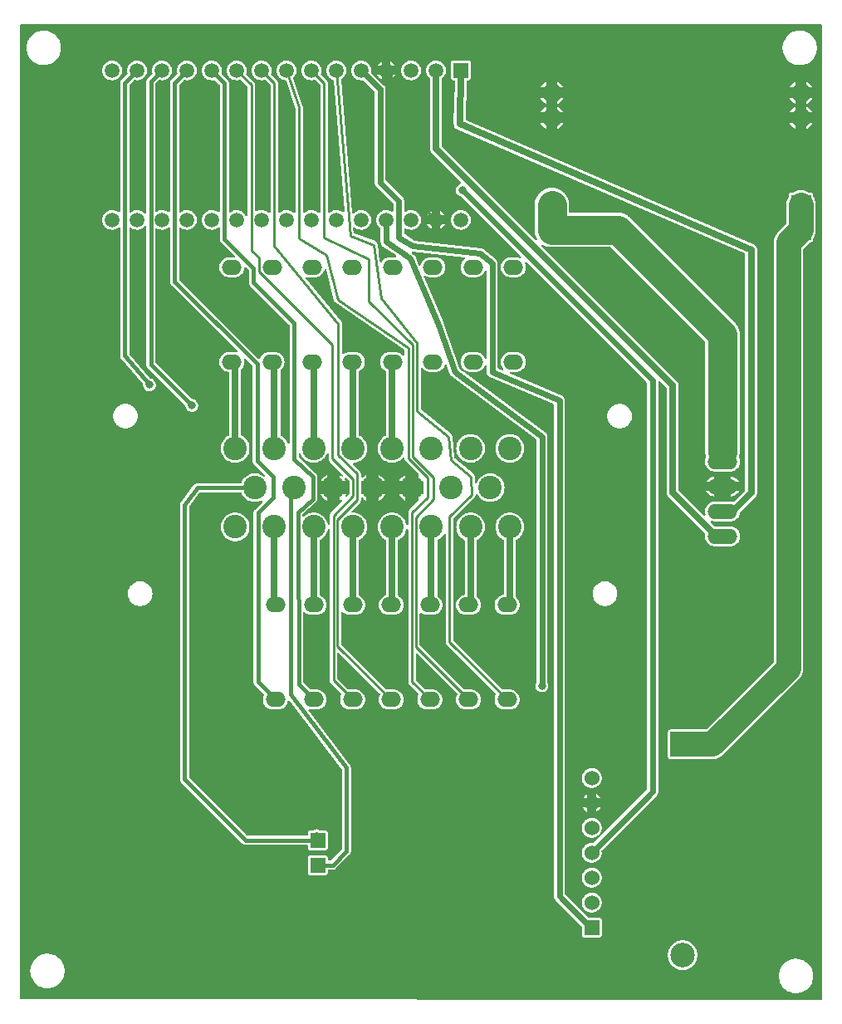
<source format=gtl>
G04 Layer: TopLayer*
G04 EasyEDA v6.5.12, 2022-08-14 18:20:48*
G04 2a177721641841d29097ea14f7d9b4fa,85f94b3334f644aba6dda46b10c31569,10*
G04 Gerber Generator version 0.2*
G04 Scale: 100 percent, Rotated: No, Reflected: No *
G04 Dimensions in millimeters *
G04 leading zeros omitted , absolute positions ,4 integer and 5 decimal *
%FSLAX45Y45*%
%MOMM*%

%ADD10C,0.7000*%
%ADD11C,0.2540*%
%ADD12C,0.4000*%
%ADD13C,0.6000*%
%ADD14C,3.0000*%
%ADD15C,2.5000*%
%ADD16R,2.0000X2.0000*%
%ADD17C,2.0000*%
%ADD18C,2.4000*%
%ADD19R,2.4999X2.4999*%
%ADD20C,2.4999*%
%ADD21R,1.5080X1.5080*%
%ADD22C,1.5080*%
%ADD23O,2.032X1.524*%
%ADD24R,1.5240X1.5240*%
%ADD25C,1.5240*%
%ADD26O,3.048X1.524*%
%ADD27C,0.8000*%
%ADD28C,0.0130*%

%LPD*%
G36*
X8166100Y-9968992D02*
G01*
X36068Y-9965232D01*
X32156Y-9964420D01*
X28905Y-9962235D01*
X26670Y-9958933D01*
X25908Y-9955072D01*
X25908Y-36068D01*
X26670Y-32156D01*
X28905Y-28905D01*
X32156Y-26670D01*
X36068Y-25908D01*
X8193531Y-25908D01*
X8197443Y-26670D01*
X8200694Y-28905D01*
X8202930Y-32156D01*
X8203692Y-36068D01*
X8203692Y-9958832D01*
X8202930Y-9962743D01*
X8200694Y-9965994D01*
X8197443Y-9968230D01*
X8193531Y-9968992D01*
G37*

%LPC*%
G36*
X7980121Y-442518D02*
G01*
X7998206Y-441147D01*
X8015986Y-437896D01*
X8033410Y-432816D01*
X8050174Y-426008D01*
X8066125Y-417474D01*
X8081162Y-407365D01*
X8095081Y-395782D01*
X8107730Y-382828D01*
X8118957Y-368604D01*
X8128660Y-353314D01*
X8136788Y-337159D01*
X8143138Y-320192D01*
X8147761Y-302666D01*
X8150555Y-284784D01*
X8151469Y-266700D01*
X8150555Y-248615D01*
X8147761Y-230733D01*
X8143138Y-213207D01*
X8136788Y-196240D01*
X8128660Y-180086D01*
X8118957Y-164795D01*
X8107730Y-150571D01*
X8095081Y-137617D01*
X8081162Y-126034D01*
X8066125Y-115925D01*
X8050174Y-107391D01*
X8033410Y-100584D01*
X8015986Y-95504D01*
X7998206Y-92252D01*
X7980121Y-90881D01*
X7962036Y-91338D01*
X7944053Y-93675D01*
X7926425Y-97790D01*
X7909356Y-103784D01*
X7892948Y-111455D01*
X7877403Y-120751D01*
X7862925Y-131622D01*
X7849616Y-143916D01*
X7837678Y-157530D01*
X7827162Y-172313D01*
X7818272Y-188061D01*
X7811008Y-204673D01*
X7805521Y-221894D01*
X7801813Y-239623D01*
X7799933Y-257657D01*
X7799933Y-275742D01*
X7801813Y-293776D01*
X7805521Y-311505D01*
X7811008Y-328726D01*
X7818272Y-345338D01*
X7827162Y-361086D01*
X7837678Y-375869D01*
X7849616Y-389483D01*
X7862925Y-401777D01*
X7877403Y-412648D01*
X7892948Y-421944D01*
X7909356Y-429615D01*
X7926425Y-435609D01*
X7944053Y-439724D01*
X7962036Y-442061D01*
G37*
G36*
X309321Y-9853218D02*
G01*
X327406Y-9851847D01*
X345186Y-9848596D01*
X362610Y-9843516D01*
X379374Y-9836708D01*
X395325Y-9828174D01*
X410362Y-9818065D01*
X424281Y-9806482D01*
X436930Y-9793528D01*
X448157Y-9779304D01*
X457860Y-9764014D01*
X465988Y-9747859D01*
X472338Y-9730892D01*
X476961Y-9713366D01*
X479755Y-9695484D01*
X480669Y-9677400D01*
X479755Y-9659315D01*
X476961Y-9641433D01*
X472338Y-9623907D01*
X465988Y-9606940D01*
X457860Y-9590786D01*
X448157Y-9575495D01*
X436930Y-9561271D01*
X424281Y-9548317D01*
X410362Y-9536734D01*
X395325Y-9526625D01*
X379374Y-9518091D01*
X362610Y-9511284D01*
X345186Y-9506204D01*
X327406Y-9502952D01*
X309321Y-9501581D01*
X291236Y-9502038D01*
X273253Y-9504375D01*
X255625Y-9508490D01*
X238556Y-9514484D01*
X222148Y-9522155D01*
X206603Y-9531451D01*
X192125Y-9542322D01*
X178816Y-9554616D01*
X166878Y-9568230D01*
X156362Y-9583013D01*
X147472Y-9598761D01*
X140208Y-9615373D01*
X134721Y-9632594D01*
X131013Y-9650323D01*
X129133Y-9668357D01*
X129133Y-9686442D01*
X131013Y-9704476D01*
X134721Y-9722205D01*
X140208Y-9739426D01*
X147472Y-9756038D01*
X156362Y-9771786D01*
X166878Y-9786569D01*
X178816Y-9800183D01*
X192125Y-9812477D01*
X206603Y-9823348D01*
X222148Y-9832644D01*
X238556Y-9840315D01*
X255625Y-9846310D01*
X273253Y-9850424D01*
X291236Y-9852761D01*
G37*
G36*
X6781800Y-9666884D02*
G01*
X6798716Y-9665919D01*
X6815378Y-9663074D01*
X6831634Y-9658400D01*
X6847281Y-9651949D01*
X6862064Y-9643719D01*
X6875881Y-9633966D01*
X6888480Y-9622688D01*
X6899757Y-9610039D01*
X6909562Y-9596272D01*
X6917740Y-9581438D01*
X6924243Y-9565792D01*
X6928916Y-9549536D01*
X6931761Y-9532874D01*
X6932675Y-9516008D01*
X6931761Y-9499092D01*
X6928916Y-9482429D01*
X6924243Y-9466173D01*
X6917740Y-9450527D01*
X6909562Y-9435693D01*
X6899757Y-9421926D01*
X6888480Y-9409277D01*
X6875881Y-9398000D01*
X6862064Y-9388246D01*
X6847281Y-9380016D01*
X6831634Y-9373565D01*
X6815378Y-9368891D01*
X6798716Y-9366046D01*
X6781800Y-9365081D01*
X6764883Y-9366046D01*
X6748221Y-9368891D01*
X6731965Y-9373565D01*
X6716318Y-9380016D01*
X6701536Y-9388246D01*
X6687718Y-9398000D01*
X6675120Y-9409277D01*
X6663842Y-9421926D01*
X6654038Y-9435693D01*
X6645859Y-9450527D01*
X6639356Y-9466173D01*
X6634683Y-9482429D01*
X6631838Y-9499092D01*
X6630924Y-9516008D01*
X6631838Y-9532874D01*
X6634683Y-9549536D01*
X6639356Y-9565792D01*
X6645859Y-9581438D01*
X6654038Y-9596272D01*
X6663842Y-9610039D01*
X6675120Y-9622688D01*
X6687718Y-9633966D01*
X6701536Y-9643719D01*
X6716318Y-9651949D01*
X6731965Y-9658400D01*
X6748221Y-9663074D01*
X6764883Y-9665919D01*
G37*
G36*
X5779058Y-9335008D02*
G01*
X5930341Y-9335008D01*
X5936640Y-9334296D01*
X5942126Y-9332366D01*
X5947003Y-9329318D01*
X5951118Y-9325203D01*
X5954166Y-9320326D01*
X5956096Y-9314840D01*
X5956808Y-9308541D01*
X5956808Y-9157258D01*
X5956096Y-9150959D01*
X5954166Y-9145473D01*
X5951118Y-9140596D01*
X5947003Y-9136481D01*
X5942126Y-9133433D01*
X5936640Y-9131503D01*
X5930341Y-9130792D01*
X5823153Y-9130792D01*
X5819292Y-9130030D01*
X5815990Y-9127794D01*
X5583377Y-8895232D01*
X5581192Y-8891930D01*
X5580430Y-8888018D01*
X5580430Y-3861104D01*
X5579973Y-3853891D01*
X5579567Y-3851249D01*
X5577941Y-3844340D01*
X5577078Y-3841851D01*
X5574284Y-3835349D01*
X5573014Y-3833012D01*
X5569102Y-3827068D01*
X5567426Y-3824986D01*
X5562549Y-3819855D01*
X5560568Y-3818077D01*
X5554878Y-3813860D01*
X5552592Y-3812489D01*
X5546140Y-3809237D01*
X5028387Y-3588715D01*
X5025085Y-3586479D01*
X5022951Y-3583178D01*
X5022189Y-3579317D01*
X5022951Y-3575456D01*
X5025186Y-3572154D01*
X5028488Y-3569970D01*
X5032349Y-3569208D01*
X5079644Y-3569208D01*
X5093309Y-3568293D01*
X5106416Y-3565702D01*
X5119065Y-3561435D01*
X5131054Y-3555492D01*
X5142128Y-3548075D01*
X5152186Y-3539286D01*
X5160975Y-3529228D01*
X5168392Y-3518154D01*
X5174335Y-3506165D01*
X5178602Y-3493515D01*
X5181193Y-3480409D01*
X5182108Y-3467100D01*
X5181193Y-3453790D01*
X5178602Y-3440684D01*
X5174335Y-3428034D01*
X5168392Y-3416046D01*
X5160975Y-3404971D01*
X5152186Y-3394913D01*
X5142128Y-3386124D01*
X5131054Y-3378708D01*
X5119065Y-3372764D01*
X5106416Y-3368497D01*
X5093309Y-3365906D01*
X5079644Y-3364992D01*
X5029555Y-3364992D01*
X5015890Y-3365906D01*
X5002784Y-3368497D01*
X4990134Y-3372764D01*
X4978146Y-3378708D01*
X4967071Y-3386124D01*
X4957013Y-3394913D01*
X4948224Y-3404971D01*
X4940808Y-3416046D01*
X4934864Y-3428034D01*
X4930597Y-3440684D01*
X4928006Y-3453790D01*
X4927092Y-3467100D01*
X4928006Y-3480409D01*
X4930597Y-3493515D01*
X4934864Y-3506165D01*
X4940808Y-3518154D01*
X4948224Y-3529228D01*
X4954270Y-3536187D01*
X4956251Y-3539540D01*
X4956759Y-3543350D01*
X4955844Y-3547160D01*
X4953558Y-3550259D01*
X4950256Y-3552342D01*
X4946446Y-3553002D01*
X4942636Y-3552190D01*
X4900777Y-3534359D01*
X4897526Y-3532174D01*
X4895392Y-3528872D01*
X4894630Y-3525012D01*
X4894630Y-2464257D01*
X4893716Y-2454097D01*
X4891176Y-2444699D01*
X4887061Y-2435860D01*
X4881473Y-2427884D01*
X4874310Y-2420721D01*
X4749139Y-2316429D01*
X4743704Y-2312873D01*
X4740859Y-2311349D01*
X4734864Y-2308809D01*
X4731766Y-2307793D01*
X4725466Y-2306320D01*
X4047591Y-2232152D01*
X4043121Y-2230577D01*
X3949039Y-2169566D01*
X3946601Y-2167331D01*
X3944975Y-2164384D01*
X3944416Y-2161082D01*
X3944061Y-2113889D01*
X3944924Y-2109774D01*
X3947363Y-2106371D01*
X3950919Y-2104186D01*
X3955084Y-2103678D01*
X3959098Y-2104898D01*
X3970578Y-2111197D01*
X3983177Y-2116023D01*
X3996334Y-2119172D01*
X4009796Y-2120544D01*
X4023360Y-2120087D01*
X4036669Y-2117801D01*
X4049623Y-2113838D01*
X4061866Y-2108098D01*
X4073296Y-2100834D01*
X4083608Y-2092096D01*
X4092701Y-2082088D01*
X4100322Y-2070912D01*
X4106468Y-2058822D01*
X4110888Y-2046071D01*
X4113580Y-2032812D01*
X4114495Y-2019300D01*
X4113580Y-2005787D01*
X4110888Y-1992528D01*
X4106468Y-1979777D01*
X4100322Y-1967687D01*
X4092701Y-1956511D01*
X4083608Y-1946503D01*
X4073296Y-1937766D01*
X4061866Y-1930501D01*
X4049623Y-1924761D01*
X4036669Y-1920798D01*
X4023360Y-1918512D01*
X4009796Y-1918055D01*
X3996334Y-1919427D01*
X3983177Y-1922576D01*
X3970578Y-1927402D01*
X3957878Y-1934464D01*
X3953865Y-1935683D01*
X3949700Y-1935175D01*
X3946144Y-1933092D01*
X3943654Y-1929688D01*
X3942791Y-1925624D01*
X3942130Y-1827326D01*
X3941876Y-1822754D01*
X3941165Y-1817420D01*
X3940200Y-1813153D01*
X3938574Y-1808022D01*
X3936898Y-1803958D01*
X3934409Y-1799234D01*
X3932021Y-1795525D01*
X3928770Y-1791258D01*
X3925620Y-1787855D01*
X3755593Y-1617624D01*
X3753408Y-1614322D01*
X3752646Y-1610461D01*
X3752646Y-686765D01*
X3752392Y-681634D01*
X3751783Y-676859D01*
X3750716Y-672033D01*
X3749243Y-667461D01*
X3747363Y-662889D01*
X3745128Y-658622D01*
X3742486Y-654456D01*
X3739540Y-650646D01*
X3736086Y-646836D01*
X3608120Y-519074D01*
X3606190Y-516382D01*
X3605225Y-513181D01*
X3606495Y-495300D01*
X3605580Y-481787D01*
X3602888Y-468528D01*
X3598468Y-455777D01*
X3592322Y-443687D01*
X3584701Y-432511D01*
X3575608Y-422503D01*
X3565296Y-413766D01*
X3553866Y-406501D01*
X3541623Y-400761D01*
X3528669Y-396798D01*
X3515360Y-394512D01*
X3501796Y-394055D01*
X3488334Y-395427D01*
X3475177Y-398576D01*
X3462578Y-403402D01*
X3450691Y-409905D01*
X3439820Y-417931D01*
X3430066Y-427380D01*
X3421684Y-437997D01*
X3414776Y-449630D01*
X3409543Y-462076D01*
X3405936Y-475132D01*
X3404158Y-488543D01*
X3404158Y-502056D01*
X3405936Y-515467D01*
X3409543Y-528523D01*
X3414776Y-540969D01*
X3421684Y-552602D01*
X3430066Y-563219D01*
X3439820Y-572668D01*
X3450691Y-580694D01*
X3462578Y-587197D01*
X3475177Y-592023D01*
X3488334Y-595172D01*
X3501796Y-596544D01*
X3515360Y-596087D01*
X3520135Y-595274D01*
X3523335Y-595223D01*
X3526434Y-596239D01*
X3529025Y-598119D01*
X3637838Y-706780D01*
X3640023Y-710082D01*
X3640785Y-713943D01*
X3640785Y-1637588D01*
X3641039Y-1642618D01*
X3641648Y-1647494D01*
X3642715Y-1652219D01*
X3644188Y-1656892D01*
X3646017Y-1661363D01*
X3648303Y-1665732D01*
X3650894Y-1669796D01*
X3653891Y-1673707D01*
X3657295Y-1677466D01*
X3827526Y-1847900D01*
X3829710Y-1851152D01*
X3830472Y-1855012D01*
X3830980Y-1926589D01*
X3830065Y-1930857D01*
X3827526Y-1934311D01*
X3823715Y-1936394D01*
X3819398Y-1936750D01*
X3815334Y-1935225D01*
X3807866Y-1930501D01*
X3795623Y-1924761D01*
X3782669Y-1920798D01*
X3769360Y-1918512D01*
X3755796Y-1918055D01*
X3742334Y-1919427D01*
X3729177Y-1922576D01*
X3716578Y-1927402D01*
X3704691Y-1933905D01*
X3693820Y-1941931D01*
X3684066Y-1951380D01*
X3675684Y-1961997D01*
X3668776Y-1973630D01*
X3663543Y-1986076D01*
X3659936Y-1999132D01*
X3658158Y-2012543D01*
X3658158Y-2026056D01*
X3659936Y-2039467D01*
X3663543Y-2052523D01*
X3668776Y-2064969D01*
X3675684Y-2076602D01*
X3684066Y-2087219D01*
X3693820Y-2096668D01*
X3699154Y-2100580D01*
X3701389Y-2102815D01*
X3702812Y-2105660D01*
X3703269Y-2108758D01*
X3703269Y-2245868D01*
X3703523Y-2251354D01*
X3704132Y-2255774D01*
X3705301Y-2260904D01*
X3706672Y-2265222D01*
X3708704Y-2270048D01*
X3710787Y-2274062D01*
X3713632Y-2278481D01*
X3716375Y-2282037D01*
X3719931Y-2285898D01*
X3723233Y-2288946D01*
X3727602Y-2292248D01*
X3856431Y-2381300D01*
X3859377Y-2384501D01*
X3860749Y-2388666D01*
X3860241Y-2393035D01*
X3857904Y-2396744D01*
X3854297Y-2399182D01*
X3849573Y-2399792D01*
X3799433Y-2399792D01*
X3785768Y-2400706D01*
X3772712Y-2403297D01*
X3760063Y-2407564D01*
X3748074Y-2413508D01*
X3736949Y-2420924D01*
X3726942Y-2429713D01*
X3718102Y-2439771D01*
X3713327Y-2446934D01*
X3710432Y-2449779D01*
X3706672Y-2451303D01*
X3702608Y-2451201D01*
X3698900Y-2449525D01*
X3696157Y-2446528D01*
X3694836Y-2442667D01*
X3670452Y-2268220D01*
X3669741Y-2264257D01*
X3668674Y-2260600D01*
X3667251Y-2257145D01*
X3665474Y-2253742D01*
X3663442Y-2250592D01*
X3661003Y-2247646D01*
X3658412Y-2244953D01*
X3655466Y-2242515D01*
X3652367Y-2240381D01*
X3649014Y-2238552D01*
X3645306Y-2236978D01*
X3433419Y-2158898D01*
X3430168Y-2156968D01*
X3427831Y-2153920D01*
X3426815Y-2150211D01*
X3423107Y-2105253D01*
X3423513Y-2101443D01*
X3425342Y-2098040D01*
X3428288Y-2095550D01*
X3431946Y-2094331D01*
X3435807Y-2094585D01*
X3439261Y-2096262D01*
X3450691Y-2104694D01*
X3462578Y-2111197D01*
X3475177Y-2116023D01*
X3488334Y-2119172D01*
X3501796Y-2120544D01*
X3515360Y-2120087D01*
X3528669Y-2117801D01*
X3541623Y-2113838D01*
X3553866Y-2108098D01*
X3565296Y-2100834D01*
X3575608Y-2092096D01*
X3584701Y-2082088D01*
X3592322Y-2070912D01*
X3598468Y-2058822D01*
X3602888Y-2046071D01*
X3605580Y-2032812D01*
X3606495Y-2019300D01*
X3605580Y-2005787D01*
X3602888Y-1992528D01*
X3598468Y-1979777D01*
X3592322Y-1967687D01*
X3584701Y-1956511D01*
X3575608Y-1946503D01*
X3565296Y-1937766D01*
X3553866Y-1930501D01*
X3541623Y-1924761D01*
X3528669Y-1920798D01*
X3515360Y-1918512D01*
X3501796Y-1918055D01*
X3488334Y-1919427D01*
X3475177Y-1922576D01*
X3462578Y-1927402D01*
X3450691Y-1933905D01*
X3439820Y-1941931D01*
X3430066Y-1951380D01*
X3428187Y-1953717D01*
X3425139Y-1956307D01*
X3421329Y-1957527D01*
X3417315Y-1957171D01*
X3413760Y-1955241D01*
X3411220Y-1952142D01*
X3410102Y-1948281D01*
X3297936Y-591820D01*
X3298291Y-588162D01*
X3299917Y-584860D01*
X3302558Y-582371D01*
X3311296Y-576834D01*
X3321608Y-568096D01*
X3330701Y-558088D01*
X3338322Y-546912D01*
X3344468Y-534822D01*
X3348888Y-522071D01*
X3351580Y-508812D01*
X3352495Y-495300D01*
X3351580Y-481787D01*
X3348888Y-468528D01*
X3344468Y-455777D01*
X3338322Y-443687D01*
X3330701Y-432511D01*
X3321608Y-422503D01*
X3311296Y-413766D01*
X3299866Y-406501D01*
X3287623Y-400761D01*
X3274669Y-396798D01*
X3261360Y-394512D01*
X3247796Y-394055D01*
X3234334Y-395427D01*
X3221177Y-398576D01*
X3208578Y-403402D01*
X3196691Y-409905D01*
X3185820Y-417931D01*
X3176066Y-427380D01*
X3167684Y-437997D01*
X3160776Y-449630D01*
X3155543Y-462076D01*
X3151936Y-475132D01*
X3150158Y-488543D01*
X3150158Y-502056D01*
X3151936Y-515467D01*
X3155543Y-528523D01*
X3160776Y-540969D01*
X3167684Y-552602D01*
X3176066Y-563219D01*
X3185820Y-572668D01*
X3196691Y-580694D01*
X3208578Y-587197D01*
X3214471Y-589432D01*
X3217672Y-591464D01*
X3219958Y-594461D01*
X3220974Y-598119D01*
X3331260Y-1931974D01*
X3330854Y-1935886D01*
X3328924Y-1939391D01*
X3325825Y-1941830D01*
X3322015Y-1942947D01*
X3318052Y-1942490D01*
X3314598Y-1940560D01*
X3311296Y-1937766D01*
X3299866Y-1930501D01*
X3287623Y-1924761D01*
X3274669Y-1920798D01*
X3261360Y-1918512D01*
X3247796Y-1918055D01*
X3234334Y-1919427D01*
X3221177Y-1922576D01*
X3208578Y-1927402D01*
X3196691Y-1933905D01*
X3185820Y-1941931D01*
X3180029Y-1947519D01*
X3176727Y-1949653D01*
X3172866Y-1950415D01*
X3169005Y-1949602D01*
X3165754Y-1947367D01*
X3163570Y-1944116D01*
X3162808Y-1940255D01*
X3162808Y-622808D01*
X3161995Y-614781D01*
X3159810Y-607568D01*
X3156254Y-600862D01*
X3151124Y-594664D01*
X3095193Y-538683D01*
X3093059Y-535584D01*
X3092196Y-531876D01*
X3092754Y-528167D01*
X3094888Y-522071D01*
X3097580Y-508812D01*
X3098495Y-495300D01*
X3097580Y-481787D01*
X3094888Y-468528D01*
X3090468Y-455777D01*
X3084322Y-443687D01*
X3076702Y-432511D01*
X3067608Y-422503D01*
X3057296Y-413766D01*
X3045866Y-406501D01*
X3033623Y-400761D01*
X3020669Y-396798D01*
X3007360Y-394512D01*
X2993796Y-394055D01*
X2980334Y-395427D01*
X2967177Y-398576D01*
X2954578Y-403402D01*
X2942691Y-409905D01*
X2931820Y-417931D01*
X2922066Y-427380D01*
X2913684Y-437997D01*
X2906776Y-449630D01*
X2901543Y-462076D01*
X2897936Y-475132D01*
X2896158Y-488543D01*
X2896158Y-502056D01*
X2897936Y-515467D01*
X2901543Y-528523D01*
X2906776Y-540969D01*
X2913684Y-552602D01*
X2922066Y-563219D01*
X2931820Y-572668D01*
X2942691Y-580694D01*
X2954578Y-587197D01*
X2967177Y-592023D01*
X2980334Y-595172D01*
X2993796Y-596544D01*
X3007360Y-596087D01*
X3020669Y-593801D01*
X3030423Y-590804D01*
X3034080Y-590346D01*
X3037636Y-591261D01*
X3040634Y-593344D01*
X3082594Y-635304D01*
X3084830Y-638606D01*
X3085592Y-642518D01*
X3085592Y-1940001D01*
X3084779Y-1943963D01*
X3082493Y-1947316D01*
X3079089Y-1949450D01*
X3075076Y-1950161D01*
X3071164Y-1949196D01*
X3067608Y-1946503D01*
X3057296Y-1937766D01*
X3045866Y-1930501D01*
X3033623Y-1924761D01*
X3020669Y-1920798D01*
X3007360Y-1918512D01*
X2993796Y-1918055D01*
X2980334Y-1919427D01*
X2967177Y-1922576D01*
X2954578Y-1927402D01*
X2942691Y-1933905D01*
X2931820Y-1941931D01*
X2926029Y-1947519D01*
X2922727Y-1949653D01*
X2918866Y-1950415D01*
X2915005Y-1949602D01*
X2911754Y-1947367D01*
X2909570Y-1944116D01*
X2908808Y-1940255D01*
X2908808Y-870051D01*
X2908096Y-862330D01*
X2906674Y-856996D01*
X2811932Y-577748D01*
X2811373Y-574192D01*
X2812135Y-570687D01*
X2814015Y-567639D01*
X2822702Y-558088D01*
X2830322Y-546912D01*
X2836468Y-534822D01*
X2840888Y-522071D01*
X2843580Y-508812D01*
X2844495Y-495300D01*
X2843580Y-481787D01*
X2840888Y-468528D01*
X2836468Y-455777D01*
X2830322Y-443687D01*
X2822702Y-432511D01*
X2813608Y-422503D01*
X2803296Y-413766D01*
X2791866Y-406501D01*
X2779623Y-400761D01*
X2766669Y-396798D01*
X2753360Y-394512D01*
X2739796Y-394055D01*
X2726334Y-395427D01*
X2713177Y-398576D01*
X2700578Y-403402D01*
X2688691Y-409905D01*
X2677820Y-417931D01*
X2668066Y-427380D01*
X2659684Y-437997D01*
X2652776Y-449630D01*
X2647543Y-462076D01*
X2643936Y-475132D01*
X2642158Y-488543D01*
X2642158Y-502056D01*
X2643936Y-515467D01*
X2647543Y-528523D01*
X2652776Y-540969D01*
X2659684Y-552602D01*
X2668066Y-563219D01*
X2677820Y-572668D01*
X2688691Y-580694D01*
X2700578Y-587197D01*
X2713177Y-592023D01*
X2726334Y-595172D01*
X2730144Y-595579D01*
X2733852Y-596646D01*
X2736850Y-599033D01*
X2738780Y-602386D01*
X2831033Y-874471D01*
X2831592Y-877722D01*
X2831592Y-1940001D01*
X2830779Y-1943963D01*
X2828493Y-1947316D01*
X2825089Y-1949450D01*
X2821076Y-1950161D01*
X2817164Y-1949196D01*
X2813608Y-1946503D01*
X2803296Y-1937766D01*
X2791866Y-1930501D01*
X2779623Y-1924761D01*
X2766669Y-1920798D01*
X2753360Y-1918512D01*
X2739796Y-1918055D01*
X2726334Y-1919427D01*
X2713177Y-1922576D01*
X2700578Y-1927402D01*
X2688691Y-1933905D01*
X2677820Y-1941931D01*
X2672029Y-1947519D01*
X2668727Y-1949653D01*
X2664866Y-1950415D01*
X2661005Y-1949602D01*
X2657754Y-1947367D01*
X2655570Y-1944116D01*
X2654808Y-1940255D01*
X2654808Y-622808D01*
X2653995Y-614781D01*
X2651810Y-607568D01*
X2648254Y-600862D01*
X2643124Y-594664D01*
X2587193Y-538683D01*
X2585059Y-535584D01*
X2584196Y-531876D01*
X2584754Y-528167D01*
X2586888Y-522071D01*
X2589580Y-508812D01*
X2590495Y-495300D01*
X2589580Y-481787D01*
X2586888Y-468528D01*
X2582468Y-455777D01*
X2576322Y-443687D01*
X2568702Y-432511D01*
X2559608Y-422503D01*
X2549296Y-413766D01*
X2537866Y-406501D01*
X2525623Y-400761D01*
X2512669Y-396798D01*
X2499360Y-394512D01*
X2485796Y-394055D01*
X2472334Y-395427D01*
X2459177Y-398576D01*
X2446578Y-403402D01*
X2434691Y-409905D01*
X2423820Y-417931D01*
X2414066Y-427380D01*
X2405684Y-437997D01*
X2398776Y-449630D01*
X2393543Y-462076D01*
X2389936Y-475132D01*
X2388158Y-488543D01*
X2388158Y-502056D01*
X2389936Y-515467D01*
X2393543Y-528523D01*
X2398776Y-540969D01*
X2405684Y-552602D01*
X2414066Y-563219D01*
X2423820Y-572668D01*
X2434691Y-580694D01*
X2446578Y-587197D01*
X2459177Y-592023D01*
X2472334Y-595172D01*
X2485796Y-596544D01*
X2499360Y-596087D01*
X2512669Y-593801D01*
X2522423Y-590804D01*
X2526080Y-590346D01*
X2529636Y-591261D01*
X2532634Y-593344D01*
X2574594Y-635304D01*
X2576830Y-638606D01*
X2577592Y-642518D01*
X2577592Y-1940001D01*
X2576779Y-1943963D01*
X2574493Y-1947316D01*
X2571089Y-1949450D01*
X2567076Y-1950161D01*
X2563164Y-1949196D01*
X2559608Y-1946503D01*
X2549296Y-1937766D01*
X2537866Y-1930501D01*
X2525623Y-1924761D01*
X2512669Y-1920798D01*
X2499360Y-1918512D01*
X2485796Y-1918055D01*
X2472334Y-1919427D01*
X2459177Y-1922576D01*
X2446578Y-1927402D01*
X2439314Y-1931416D01*
X2435301Y-1932635D01*
X2431135Y-1932127D01*
X2427528Y-1929993D01*
X2425090Y-1926589D01*
X2424226Y-1922525D01*
X2424226Y-646226D01*
X2423464Y-638200D01*
X2421280Y-630986D01*
X2417724Y-624332D01*
X2412593Y-618083D01*
X2333193Y-538683D01*
X2331059Y-535584D01*
X2330196Y-531876D01*
X2330754Y-528167D01*
X2332888Y-522071D01*
X2335580Y-508812D01*
X2336495Y-495300D01*
X2335580Y-481787D01*
X2332888Y-468528D01*
X2328468Y-455777D01*
X2322322Y-443687D01*
X2314702Y-432511D01*
X2305608Y-422503D01*
X2295296Y-413766D01*
X2283866Y-406501D01*
X2271623Y-400761D01*
X2258669Y-396798D01*
X2245360Y-394512D01*
X2231796Y-394055D01*
X2218334Y-395427D01*
X2205177Y-398576D01*
X2192578Y-403402D01*
X2180691Y-409905D01*
X2169820Y-417931D01*
X2160066Y-427380D01*
X2151684Y-437997D01*
X2144776Y-449630D01*
X2139543Y-462076D01*
X2135936Y-475132D01*
X2134158Y-488543D01*
X2134158Y-502056D01*
X2135936Y-515467D01*
X2139543Y-528523D01*
X2144776Y-540969D01*
X2151684Y-552602D01*
X2160066Y-563219D01*
X2169820Y-572668D01*
X2180691Y-580694D01*
X2192578Y-587197D01*
X2205177Y-592023D01*
X2218334Y-595172D01*
X2231796Y-596544D01*
X2245360Y-596087D01*
X2258669Y-593801D01*
X2268423Y-590804D01*
X2272080Y-590346D01*
X2275586Y-591261D01*
X2278634Y-593344D01*
X2344064Y-658774D01*
X2346248Y-662076D01*
X2347010Y-665937D01*
X2347010Y-1973884D01*
X2346045Y-1978304D01*
X2343251Y-1981809D01*
X2339238Y-1983790D01*
X2334717Y-1983841D01*
X2330653Y-1981962D01*
X2327808Y-1978507D01*
X2322322Y-1967687D01*
X2314702Y-1956511D01*
X2305608Y-1946503D01*
X2295296Y-1937766D01*
X2283866Y-1930501D01*
X2271623Y-1924761D01*
X2258669Y-1920798D01*
X2245360Y-1918512D01*
X2231796Y-1918055D01*
X2218334Y-1919427D01*
X2205177Y-1922576D01*
X2192578Y-1927402D01*
X2180691Y-1933905D01*
X2170277Y-1941575D01*
X2166213Y-1943404D01*
X2161794Y-1943252D01*
X2157831Y-1941271D01*
X2155088Y-1937766D01*
X2154123Y-1933397D01*
X2154072Y-620522D01*
X2152853Y-611784D01*
X2150160Y-603758D01*
X2146046Y-596392D01*
X2140305Y-589483D01*
X2081733Y-530910D01*
X2079802Y-528218D01*
X2078837Y-525018D01*
X2078939Y-521716D01*
X2081580Y-508812D01*
X2082495Y-495300D01*
X2081580Y-481787D01*
X2078888Y-468528D01*
X2074468Y-455777D01*
X2068322Y-443687D01*
X2060702Y-432511D01*
X2051608Y-422503D01*
X2041296Y-413766D01*
X2029866Y-406501D01*
X2017623Y-400761D01*
X2004669Y-396798D01*
X1991360Y-394512D01*
X1977796Y-394055D01*
X1964334Y-395427D01*
X1951177Y-398576D01*
X1938578Y-403402D01*
X1926691Y-409905D01*
X1915820Y-417931D01*
X1906066Y-427380D01*
X1897684Y-437997D01*
X1890775Y-449630D01*
X1885543Y-462076D01*
X1881936Y-475132D01*
X1880158Y-488543D01*
X1880158Y-502056D01*
X1881936Y-515467D01*
X1885543Y-528523D01*
X1890775Y-540969D01*
X1897684Y-552602D01*
X1906066Y-563219D01*
X1915820Y-572668D01*
X1926691Y-580694D01*
X1938578Y-587197D01*
X1951177Y-592023D01*
X1964334Y-595172D01*
X1977796Y-596544D01*
X1991360Y-596087D01*
X2010156Y-592785D01*
X2013712Y-593699D01*
X2016760Y-595782D01*
X2059330Y-638352D01*
X2061514Y-641654D01*
X2062276Y-645515D01*
X2062276Y-1933651D01*
X2061565Y-1937410D01*
X2059533Y-1940610D01*
X2056384Y-1942846D01*
X2052675Y-1943760D01*
X2048916Y-1943252D01*
X2045563Y-1941372D01*
X2041296Y-1937766D01*
X2029866Y-1930501D01*
X2017623Y-1924761D01*
X2004669Y-1920798D01*
X1991360Y-1918512D01*
X1977796Y-1918055D01*
X1964334Y-1919427D01*
X1951177Y-1922576D01*
X1938578Y-1927402D01*
X1926691Y-1933905D01*
X1915820Y-1941931D01*
X1906066Y-1951380D01*
X1897684Y-1961997D01*
X1890775Y-1973630D01*
X1885543Y-1986076D01*
X1881936Y-1999132D01*
X1880158Y-2012543D01*
X1880158Y-2026056D01*
X1881936Y-2039467D01*
X1885543Y-2052523D01*
X1890775Y-2064969D01*
X1897684Y-2076602D01*
X1906066Y-2087219D01*
X1915820Y-2096668D01*
X1926691Y-2104694D01*
X1938578Y-2111197D01*
X1951177Y-2116023D01*
X1964334Y-2119172D01*
X1977796Y-2120544D01*
X1991360Y-2120087D01*
X2004669Y-2117801D01*
X2017623Y-2113838D01*
X2029866Y-2108098D01*
X2041296Y-2100834D01*
X2045563Y-2097227D01*
X2048916Y-2095347D01*
X2052675Y-2094839D01*
X2056384Y-2095754D01*
X2059533Y-2097989D01*
X2061565Y-2101189D01*
X2062276Y-2104948D01*
X2062327Y-2214372D01*
X2063546Y-2223109D01*
X2066239Y-2231136D01*
X2070354Y-2238552D01*
X2076094Y-2245410D01*
X2213254Y-2382469D01*
X2215438Y-2385720D01*
X2216200Y-2389632D01*
X2215438Y-2393492D01*
X2213254Y-2396794D01*
X2209952Y-2399030D01*
X2206040Y-2399792D01*
X2159355Y-2399792D01*
X2145690Y-2400706D01*
X2132584Y-2403297D01*
X2119934Y-2407564D01*
X2107946Y-2413508D01*
X2096871Y-2420924D01*
X2086813Y-2429713D01*
X2078024Y-2439771D01*
X2070607Y-2450846D01*
X2064664Y-2462834D01*
X2060397Y-2475484D01*
X2057806Y-2488590D01*
X2056892Y-2501900D01*
X2057806Y-2515209D01*
X2060397Y-2528316D01*
X2064664Y-2540965D01*
X2070607Y-2552954D01*
X2078024Y-2564028D01*
X2086813Y-2574086D01*
X2096871Y-2582875D01*
X2107946Y-2590292D01*
X2119934Y-2596235D01*
X2132584Y-2600502D01*
X2145690Y-2603093D01*
X2159355Y-2604008D01*
X2209444Y-2604008D01*
X2223109Y-2603093D01*
X2236216Y-2600502D01*
X2248865Y-2596235D01*
X2260854Y-2590292D01*
X2271928Y-2582875D01*
X2281986Y-2574086D01*
X2290775Y-2564028D01*
X2298192Y-2552954D01*
X2304135Y-2540965D01*
X2308402Y-2528316D01*
X2310993Y-2515209D01*
X2311704Y-2504643D01*
X2312670Y-2500934D01*
X2314956Y-2497836D01*
X2318258Y-2495804D01*
X2322068Y-2495143D01*
X2325827Y-2495956D01*
X2329027Y-2498140D01*
X2356002Y-2525064D01*
X2358186Y-2528366D01*
X2358948Y-2532227D01*
X2358999Y-2660650D01*
X2360218Y-2669387D01*
X2362911Y-2677414D01*
X2367026Y-2684780D01*
X2372766Y-2691638D01*
X2770530Y-3089452D01*
X2772714Y-3092754D01*
X2773476Y-3096615D01*
X2773476Y-4289856D01*
X2772714Y-4293717D01*
X2770530Y-4297019D01*
X2767228Y-4299254D01*
X2763316Y-4300016D01*
X2759456Y-4299254D01*
X2756154Y-4297019D01*
X2753969Y-4293717D01*
X2750972Y-4286504D01*
X2743047Y-4272178D01*
X2733548Y-4258818D01*
X2722676Y-4246626D01*
X2710484Y-4235754D01*
X2697124Y-4226255D01*
X2685643Y-4219905D01*
X2682849Y-4217670D01*
X2681020Y-4214571D01*
X2680411Y-4211015D01*
X2680411Y-3554069D01*
X2681325Y-3549853D01*
X2683865Y-3546449D01*
X2691993Y-3539286D01*
X2700832Y-3529228D01*
X2708249Y-3518154D01*
X2714142Y-3506165D01*
X2718460Y-3493515D01*
X2721051Y-3480409D01*
X2721914Y-3467100D01*
X2721051Y-3453790D01*
X2718460Y-3440684D01*
X2714142Y-3428034D01*
X2708249Y-3416046D01*
X2700832Y-3404971D01*
X2691993Y-3394913D01*
X2681986Y-3386124D01*
X2670860Y-3378708D01*
X2658872Y-3372764D01*
X2646273Y-3368497D01*
X2633167Y-3365906D01*
X2619502Y-3364992D01*
X2569362Y-3364992D01*
X2555697Y-3365906D01*
X2542590Y-3368497D01*
X2529941Y-3372764D01*
X2518003Y-3378708D01*
X2506878Y-3386124D01*
X2496820Y-3394913D01*
X2488031Y-3404971D01*
X2480614Y-3416046D01*
X2474722Y-3428034D01*
X2473045Y-3432911D01*
X2471013Y-3436416D01*
X2467711Y-3438855D01*
X2463698Y-3439769D01*
X2459685Y-3439058D01*
X2456281Y-3436823D01*
X1649069Y-2629865D01*
X1646885Y-2626563D01*
X1646123Y-2622702D01*
X1646123Y-2105202D01*
X1647088Y-2100834D01*
X1649831Y-2097328D01*
X1653793Y-2095347D01*
X1658213Y-2095195D01*
X1662277Y-2097024D01*
X1672691Y-2104694D01*
X1684578Y-2111197D01*
X1697177Y-2116023D01*
X1710334Y-2119172D01*
X1723796Y-2120544D01*
X1737360Y-2120087D01*
X1750669Y-2117801D01*
X1763623Y-2113838D01*
X1775866Y-2108098D01*
X1787296Y-2100834D01*
X1797608Y-2092096D01*
X1806702Y-2082088D01*
X1814322Y-2070912D01*
X1820468Y-2058822D01*
X1824888Y-2046071D01*
X1827580Y-2032812D01*
X1828495Y-2019300D01*
X1827580Y-2005787D01*
X1824888Y-1992528D01*
X1820468Y-1979777D01*
X1814322Y-1967687D01*
X1806702Y-1956511D01*
X1797608Y-1946503D01*
X1787296Y-1937766D01*
X1775866Y-1930501D01*
X1763623Y-1924761D01*
X1750669Y-1920798D01*
X1737360Y-1918512D01*
X1723796Y-1918055D01*
X1710334Y-1919427D01*
X1697177Y-1922576D01*
X1684578Y-1927402D01*
X1672691Y-1933905D01*
X1662277Y-1941575D01*
X1658213Y-1943404D01*
X1653793Y-1943252D01*
X1649831Y-1941271D01*
X1647088Y-1937766D01*
X1646123Y-1933397D01*
X1646123Y-645515D01*
X1646885Y-641654D01*
X1649069Y-638352D01*
X1691741Y-595680D01*
X1694535Y-593699D01*
X1697837Y-592785D01*
X1701241Y-592988D01*
X1710334Y-595172D01*
X1723796Y-596544D01*
X1737360Y-596087D01*
X1750669Y-593801D01*
X1763623Y-589838D01*
X1775866Y-584098D01*
X1787296Y-576834D01*
X1797608Y-568096D01*
X1806702Y-558088D01*
X1814322Y-546912D01*
X1820468Y-534822D01*
X1824888Y-522071D01*
X1827580Y-508812D01*
X1828495Y-495300D01*
X1827580Y-481787D01*
X1824888Y-468528D01*
X1820468Y-455777D01*
X1814322Y-443687D01*
X1806702Y-432511D01*
X1797608Y-422503D01*
X1787296Y-413766D01*
X1775866Y-406501D01*
X1763623Y-400761D01*
X1750669Y-396798D01*
X1737360Y-394512D01*
X1723796Y-394055D01*
X1710334Y-395427D01*
X1697177Y-398576D01*
X1684578Y-403402D01*
X1672691Y-409905D01*
X1661820Y-417931D01*
X1652066Y-427380D01*
X1643684Y-437997D01*
X1636776Y-449630D01*
X1631543Y-462076D01*
X1627936Y-475132D01*
X1626158Y-488543D01*
X1626158Y-502056D01*
X1627936Y-515467D01*
X1629410Y-520903D01*
X1629765Y-524408D01*
X1628851Y-527862D01*
X1626819Y-530758D01*
X1566519Y-591108D01*
X1561185Y-598170D01*
X1557426Y-605739D01*
X1555140Y-613867D01*
X1554276Y-622757D01*
X1554276Y-1933651D01*
X1553565Y-1937410D01*
X1551533Y-1940610D01*
X1548384Y-1942846D01*
X1544675Y-1943760D01*
X1540916Y-1943252D01*
X1537563Y-1941372D01*
X1533296Y-1937766D01*
X1521866Y-1930501D01*
X1509623Y-1924761D01*
X1496669Y-1920798D01*
X1483360Y-1918512D01*
X1469796Y-1918055D01*
X1456334Y-1919427D01*
X1443177Y-1922576D01*
X1430578Y-1927402D01*
X1419860Y-1933295D01*
X1415846Y-1934514D01*
X1411681Y-1934006D01*
X1408125Y-1931873D01*
X1405686Y-1928469D01*
X1404823Y-1924405D01*
X1404823Y-632815D01*
X1405585Y-628954D01*
X1407769Y-625652D01*
X1437741Y-595680D01*
X1440535Y-593699D01*
X1443837Y-592785D01*
X1447241Y-592988D01*
X1456334Y-595172D01*
X1469796Y-596544D01*
X1483360Y-596087D01*
X1496669Y-593801D01*
X1509623Y-589838D01*
X1521866Y-584098D01*
X1533296Y-576834D01*
X1543608Y-568096D01*
X1552702Y-558088D01*
X1560322Y-546912D01*
X1566468Y-534822D01*
X1570888Y-522071D01*
X1573580Y-508812D01*
X1574495Y-495300D01*
X1573580Y-481787D01*
X1570888Y-468528D01*
X1566468Y-455777D01*
X1560322Y-443687D01*
X1552702Y-432511D01*
X1543608Y-422503D01*
X1533296Y-413766D01*
X1521866Y-406501D01*
X1509623Y-400761D01*
X1496669Y-396798D01*
X1483360Y-394512D01*
X1469796Y-394055D01*
X1456334Y-395427D01*
X1443177Y-398576D01*
X1430578Y-403402D01*
X1418691Y-409905D01*
X1407820Y-417931D01*
X1398066Y-427380D01*
X1389684Y-437997D01*
X1382776Y-449630D01*
X1377543Y-462076D01*
X1373936Y-475132D01*
X1372158Y-488543D01*
X1372158Y-502056D01*
X1373936Y-515467D01*
X1375410Y-520903D01*
X1375765Y-524408D01*
X1374851Y-527862D01*
X1372819Y-530758D01*
X1325219Y-578408D01*
X1319885Y-585470D01*
X1316126Y-593039D01*
X1313840Y-601167D01*
X1312976Y-610057D01*
X1312976Y-1945944D01*
X1312164Y-1949907D01*
X1309878Y-1953260D01*
X1306474Y-1955444D01*
X1302512Y-1956104D01*
X1298549Y-1955190D01*
X1295298Y-1952802D01*
X1289608Y-1946503D01*
X1279296Y-1937766D01*
X1267866Y-1930501D01*
X1255623Y-1924761D01*
X1242669Y-1920798D01*
X1229360Y-1918512D01*
X1215796Y-1918055D01*
X1202334Y-1919427D01*
X1189177Y-1922576D01*
X1176578Y-1927402D01*
X1164691Y-1933905D01*
X1154277Y-1941575D01*
X1150213Y-1943404D01*
X1145794Y-1943252D01*
X1141831Y-1941271D01*
X1139088Y-1937766D01*
X1138123Y-1933397D01*
X1138123Y-645515D01*
X1138885Y-641654D01*
X1141069Y-638352D01*
X1183741Y-595680D01*
X1186535Y-593699D01*
X1189837Y-592785D01*
X1193241Y-592988D01*
X1202334Y-595172D01*
X1215796Y-596544D01*
X1229360Y-596087D01*
X1242669Y-593801D01*
X1255623Y-589838D01*
X1267866Y-584098D01*
X1279296Y-576834D01*
X1289608Y-568096D01*
X1298702Y-558088D01*
X1306322Y-546912D01*
X1312468Y-534822D01*
X1316888Y-522071D01*
X1319580Y-508812D01*
X1320495Y-495300D01*
X1319580Y-481787D01*
X1316888Y-468528D01*
X1312468Y-455777D01*
X1306322Y-443687D01*
X1298702Y-432511D01*
X1289608Y-422503D01*
X1279296Y-413766D01*
X1267866Y-406501D01*
X1255623Y-400761D01*
X1242669Y-396798D01*
X1229360Y-394512D01*
X1215796Y-394055D01*
X1202334Y-395427D01*
X1189177Y-398576D01*
X1176578Y-403402D01*
X1164691Y-409905D01*
X1153820Y-417931D01*
X1144066Y-427380D01*
X1135684Y-437997D01*
X1128776Y-449630D01*
X1123543Y-462076D01*
X1119936Y-475132D01*
X1118158Y-488543D01*
X1118158Y-502056D01*
X1119936Y-515467D01*
X1121410Y-520903D01*
X1121765Y-524408D01*
X1120851Y-527862D01*
X1118819Y-530758D01*
X1058519Y-591108D01*
X1053185Y-598170D01*
X1049426Y-605739D01*
X1047140Y-613867D01*
X1046276Y-622757D01*
X1046276Y-1933651D01*
X1045565Y-1937410D01*
X1043533Y-1940610D01*
X1040384Y-1942846D01*
X1036675Y-1943760D01*
X1032916Y-1943252D01*
X1029563Y-1941372D01*
X1025296Y-1937766D01*
X1013866Y-1930501D01*
X1001623Y-1924761D01*
X988669Y-1920798D01*
X975360Y-1918512D01*
X961796Y-1918055D01*
X948334Y-1919427D01*
X935177Y-1922576D01*
X922578Y-1927402D01*
X910691Y-1933905D01*
X899820Y-1941931D01*
X890066Y-1951380D01*
X881684Y-1961997D01*
X874776Y-1973630D01*
X869543Y-1986076D01*
X865936Y-1999132D01*
X864158Y-2012543D01*
X864158Y-2026056D01*
X865936Y-2039467D01*
X869543Y-2052523D01*
X874776Y-2064969D01*
X881684Y-2076602D01*
X890066Y-2087219D01*
X899820Y-2096668D01*
X910691Y-2104694D01*
X922578Y-2111197D01*
X935177Y-2116023D01*
X948334Y-2119172D01*
X961796Y-2120544D01*
X975360Y-2120087D01*
X988669Y-2117801D01*
X1001623Y-2113838D01*
X1013866Y-2108098D01*
X1025296Y-2100834D01*
X1029563Y-2097227D01*
X1032916Y-2095347D01*
X1036675Y-2094839D01*
X1040384Y-2095754D01*
X1043533Y-2097989D01*
X1045565Y-2101189D01*
X1046276Y-2104948D01*
X1046276Y-3403142D01*
X1047140Y-3412032D01*
X1049426Y-3420160D01*
X1053236Y-3427831D01*
X1057503Y-3433622D01*
X1278128Y-3692906D01*
X1279906Y-3695954D01*
X1280515Y-3699459D01*
X1280515Y-3707282D01*
X1282242Y-3717747D01*
X1285595Y-3727805D01*
X1290523Y-3737203D01*
X1296873Y-3745636D01*
X1304544Y-3753002D01*
X1313281Y-3759047D01*
X1322832Y-3763568D01*
X1333042Y-3766515D01*
X1343558Y-3767785D01*
X1354124Y-3767378D01*
X1364538Y-3765245D01*
X1374444Y-3761486D01*
X1383639Y-3756202D01*
X1391818Y-3749497D01*
X1398879Y-3741572D01*
X1404518Y-3732580D01*
X1408684Y-3722827D01*
X1411224Y-3712565D01*
X1412087Y-3701999D01*
X1411224Y-3691382D01*
X1408684Y-3681120D01*
X1404518Y-3671366D01*
X1398879Y-3662375D01*
X1391818Y-3654450D01*
X1383639Y-3647744D01*
X1374444Y-3642461D01*
X1364538Y-3638702D01*
X1353464Y-3636467D01*
X1350365Y-3635248D01*
X1347774Y-3633063D01*
X1140510Y-3389579D01*
X1138732Y-3386480D01*
X1138123Y-3382975D01*
X1138123Y-2105202D01*
X1139088Y-2100834D01*
X1141831Y-2097328D01*
X1145794Y-2095347D01*
X1150213Y-2095195D01*
X1154277Y-2097024D01*
X1164691Y-2104694D01*
X1176578Y-2111197D01*
X1189177Y-2116023D01*
X1202334Y-2119172D01*
X1215796Y-2120544D01*
X1229360Y-2120087D01*
X1242669Y-2117801D01*
X1255623Y-2113838D01*
X1267866Y-2108098D01*
X1279296Y-2100834D01*
X1289608Y-2092096D01*
X1295298Y-2085797D01*
X1298549Y-2083409D01*
X1302512Y-2082495D01*
X1306474Y-2083155D01*
X1309878Y-2085339D01*
X1312164Y-2088692D01*
X1312976Y-2092655D01*
X1313027Y-3494278D01*
X1314246Y-3503015D01*
X1316939Y-3511042D01*
X1321054Y-3518408D01*
X1326794Y-3525316D01*
X1709369Y-3907891D01*
X1711553Y-3911193D01*
X1712315Y-3915054D01*
X1712315Y-3916883D01*
X1714042Y-3927348D01*
X1717395Y-3937406D01*
X1722323Y-3946804D01*
X1728673Y-3955287D01*
X1736343Y-3962603D01*
X1745081Y-3968648D01*
X1754632Y-3973169D01*
X1764842Y-3976166D01*
X1775358Y-3977436D01*
X1785924Y-3976979D01*
X1796338Y-3974896D01*
X1806244Y-3971137D01*
X1815439Y-3965803D01*
X1823618Y-3959098D01*
X1830679Y-3951173D01*
X1836318Y-3942232D01*
X1840484Y-3932478D01*
X1843024Y-3922166D01*
X1843887Y-3911600D01*
X1843024Y-3901033D01*
X1840484Y-3890721D01*
X1836318Y-3880967D01*
X1830679Y-3872026D01*
X1823618Y-3864101D01*
X1815439Y-3857396D01*
X1806244Y-3852062D01*
X1796338Y-3848303D01*
X1785924Y-3846220D01*
X1781149Y-3846017D01*
X1777492Y-3845153D01*
X1774393Y-3843020D01*
X1407769Y-3476447D01*
X1405585Y-3473145D01*
X1404823Y-3469284D01*
X1404823Y-2114194D01*
X1405686Y-2110130D01*
X1408125Y-2106726D01*
X1411681Y-2104593D01*
X1415846Y-2104085D01*
X1419860Y-2105304D01*
X1430578Y-2111197D01*
X1443177Y-2116023D01*
X1456334Y-2119172D01*
X1469796Y-2120544D01*
X1483360Y-2120087D01*
X1496669Y-2117801D01*
X1509623Y-2113838D01*
X1521866Y-2108098D01*
X1533296Y-2100834D01*
X1537563Y-2097227D01*
X1540916Y-2095347D01*
X1544675Y-2094839D01*
X1548384Y-2095754D01*
X1551533Y-2097989D01*
X1553565Y-2101189D01*
X1554276Y-2104948D01*
X1554327Y-2647696D01*
X1555546Y-2656433D01*
X1558239Y-2664460D01*
X1562354Y-2671826D01*
X1568094Y-2678734D01*
X2239772Y-3350209D01*
X2242108Y-3353815D01*
X2242769Y-3358083D01*
X2241550Y-3362198D01*
X2238806Y-3365500D01*
X2234895Y-3367328D01*
X2230628Y-3367379D01*
X2223109Y-3365906D01*
X2209444Y-3364992D01*
X2159355Y-3364992D01*
X2145690Y-3365906D01*
X2132584Y-3368497D01*
X2119934Y-3372764D01*
X2107946Y-3378708D01*
X2096871Y-3386124D01*
X2086813Y-3394913D01*
X2078024Y-3404971D01*
X2070607Y-3416046D01*
X2064664Y-3428034D01*
X2060397Y-3440684D01*
X2057806Y-3453790D01*
X2056892Y-3467100D01*
X2057806Y-3480409D01*
X2060397Y-3493515D01*
X2064664Y-3506165D01*
X2070607Y-3518154D01*
X2078024Y-3529228D01*
X2086813Y-3539286D01*
X2096871Y-3548075D01*
X2107946Y-3555492D01*
X2119934Y-3561435D01*
X2132584Y-3565702D01*
X2145690Y-3568293D01*
X2149094Y-3568547D01*
X2152751Y-3569512D01*
X2155850Y-3571748D01*
X2157882Y-3574948D01*
X2158593Y-3578656D01*
X2158593Y-4211066D01*
X2157933Y-4214571D01*
X2156155Y-4217670D01*
X2153361Y-4219956D01*
X2141880Y-4226255D01*
X2128520Y-4235754D01*
X2116328Y-4246626D01*
X2105456Y-4258818D01*
X2095957Y-4272178D01*
X2088032Y-4286504D01*
X2081784Y-4301591D01*
X2077262Y-4317339D01*
X2074519Y-4333443D01*
X2073605Y-4349800D01*
X2074519Y-4366158D01*
X2077262Y-4382262D01*
X2081784Y-4398010D01*
X2088032Y-4413097D01*
X2095957Y-4427423D01*
X2105456Y-4440783D01*
X2116328Y-4452975D01*
X2128520Y-4463846D01*
X2141880Y-4473346D01*
X2156206Y-4481271D01*
X2171293Y-4487519D01*
X2187041Y-4492040D01*
X2203145Y-4494784D01*
X2219502Y-4495698D01*
X2235860Y-4494784D01*
X2251964Y-4492040D01*
X2267712Y-4487519D01*
X2282799Y-4481271D01*
X2297125Y-4473346D01*
X2310485Y-4463846D01*
X2322677Y-4452975D01*
X2333548Y-4440783D01*
X2343048Y-4427423D01*
X2350973Y-4413097D01*
X2357221Y-4398010D01*
X2361742Y-4382262D01*
X2364486Y-4366158D01*
X2365400Y-4349800D01*
X2364486Y-4333443D01*
X2361742Y-4317339D01*
X2357221Y-4301591D01*
X2350973Y-4286504D01*
X2343048Y-4272178D01*
X2333548Y-4258818D01*
X2322677Y-4246626D01*
X2310485Y-4235754D01*
X2297125Y-4226255D01*
X2285644Y-4219905D01*
X2282850Y-4217670D01*
X2281021Y-4214571D01*
X2280412Y-4211015D01*
X2280412Y-3544925D01*
X2281072Y-3541318D01*
X2282952Y-3538220D01*
X2290775Y-3529228D01*
X2298192Y-3518154D01*
X2304135Y-3506165D01*
X2308402Y-3493515D01*
X2310993Y-3480409D01*
X2311908Y-3467100D01*
X2310993Y-3453790D01*
X2309520Y-3446221D01*
X2309571Y-3441954D01*
X2311400Y-3438093D01*
X2314702Y-3435299D01*
X2318816Y-3434130D01*
X2323033Y-3434740D01*
X2326640Y-3437077D01*
X2393594Y-3503980D01*
X2395778Y-3507282D01*
X2396540Y-3511143D01*
X2396591Y-4476242D01*
X2397810Y-4484979D01*
X2400503Y-4493006D01*
X2404618Y-4500372D01*
X2410358Y-4507230D01*
X2522880Y-4619802D01*
X2525217Y-4623409D01*
X2525826Y-4627626D01*
X2524658Y-4631791D01*
X2521915Y-4635042D01*
X2518054Y-4636871D01*
X2513787Y-4636973D01*
X2509824Y-4635296D01*
X2497124Y-4626254D01*
X2482799Y-4618329D01*
X2467711Y-4612081D01*
X2451963Y-4607560D01*
X2435860Y-4604816D01*
X2419502Y-4603902D01*
X2403144Y-4604816D01*
X2387041Y-4607560D01*
X2371293Y-4612081D01*
X2356205Y-4618329D01*
X2341880Y-4626254D01*
X2328519Y-4635754D01*
X2316327Y-4646625D01*
X2305456Y-4658817D01*
X2295956Y-4672177D01*
X2288032Y-4686503D01*
X2283460Y-4697628D01*
X2281224Y-4700930D01*
X2277973Y-4703114D01*
X2274062Y-4703876D01*
X1835099Y-4703876D01*
X1826209Y-4704740D01*
X1818081Y-4707026D01*
X1810512Y-4710785D01*
X1803755Y-4715916D01*
X1797557Y-4722723D01*
X1665173Y-4899964D01*
X1662785Y-4903419D01*
X1660601Y-4907381D01*
X1659026Y-4910988D01*
X1657604Y-4915306D01*
X1656689Y-4919116D01*
X1656080Y-4923637D01*
X1655876Y-4927803D01*
X1655927Y-7723378D01*
X1657146Y-7732115D01*
X1659839Y-7740142D01*
X1663954Y-7747508D01*
X1669694Y-7754416D01*
X2292908Y-8377580D01*
X2299970Y-8382914D01*
X2307539Y-8386673D01*
X2315667Y-8388959D01*
X2324557Y-8389823D01*
X2948432Y-8389823D01*
X2952343Y-8390585D01*
X2955594Y-8392769D01*
X2957830Y-8396071D01*
X2958592Y-8399983D01*
X2958592Y-8419541D01*
X2959303Y-8425840D01*
X2961233Y-8431326D01*
X2964281Y-8436203D01*
X2968396Y-8440318D01*
X2973273Y-8443366D01*
X2978759Y-8445296D01*
X2985058Y-8446008D01*
X3136341Y-8446008D01*
X3142640Y-8445296D01*
X3148126Y-8443366D01*
X3153003Y-8440318D01*
X3157118Y-8436203D01*
X3160166Y-8431326D01*
X3162096Y-8425840D01*
X3162808Y-8419541D01*
X3162808Y-8268258D01*
X3162096Y-8261959D01*
X3160166Y-8256473D01*
X3157118Y-8251596D01*
X3153003Y-8247481D01*
X3148126Y-8244433D01*
X3142640Y-8242503D01*
X3136341Y-8241792D01*
X3079648Y-8241792D01*
X3076905Y-8241385D01*
X3074314Y-8240268D01*
X3068421Y-8236610D01*
X3060547Y-8233562D01*
X3052216Y-8232038D01*
X3043783Y-8232038D01*
X3035452Y-8233562D01*
X3027578Y-8236610D01*
X3021685Y-8240268D01*
X3019094Y-8241385D01*
X3016351Y-8241792D01*
X2985058Y-8241792D01*
X2978759Y-8242503D01*
X2973273Y-8244433D01*
X2968396Y-8247481D01*
X2964281Y-8251596D01*
X2961233Y-8256473D01*
X2959303Y-8261959D01*
X2958592Y-8268258D01*
X2958592Y-8287816D01*
X2957830Y-8291728D01*
X2955594Y-8295030D01*
X2952343Y-8297214D01*
X2948432Y-8297976D01*
X2347315Y-8297976D01*
X2343454Y-8297214D01*
X2340152Y-8295030D01*
X1750669Y-7705547D01*
X1748485Y-7702245D01*
X1747723Y-7698384D01*
X1747723Y-4946243D01*
X1748231Y-4943043D01*
X1749704Y-4940147D01*
X1854606Y-4799787D01*
X1856841Y-4797602D01*
X1859635Y-4796180D01*
X1862734Y-4795723D01*
X2274062Y-4795723D01*
X2277973Y-4796485D01*
X2281224Y-4798669D01*
X2283460Y-4801971D01*
X2288032Y-4813096D01*
X2295956Y-4827422D01*
X2305456Y-4840782D01*
X2316327Y-4852974D01*
X2328519Y-4863846D01*
X2341880Y-4873345D01*
X2356205Y-4881270D01*
X2371293Y-4887518D01*
X2387041Y-4892040D01*
X2403144Y-4894783D01*
X2419502Y-4895697D01*
X2435860Y-4894783D01*
X2451963Y-4892040D01*
X2467711Y-4887518D01*
X2482037Y-4881575D01*
X2485948Y-4880813D01*
X2489809Y-4881575D01*
X2493111Y-4883759D01*
X2495296Y-4887061D01*
X2496108Y-4890973D01*
X2495296Y-4894834D01*
X2493111Y-4898136D01*
X2417419Y-4973878D01*
X2412085Y-4980940D01*
X2408326Y-4988509D01*
X2406040Y-4996637D01*
X2405176Y-5005527D01*
X2405227Y-6732778D01*
X2406446Y-6741515D01*
X2409139Y-6749542D01*
X2413254Y-6756908D01*
X2418994Y-6763816D01*
X2509215Y-6854037D01*
X2511501Y-6857542D01*
X2512212Y-6861657D01*
X2511145Y-6865721D01*
X2509164Y-6869734D01*
X2504897Y-6882384D01*
X2502306Y-6895490D01*
X2501392Y-6908800D01*
X2502306Y-6922109D01*
X2504897Y-6935216D01*
X2509164Y-6947865D01*
X2515108Y-6959853D01*
X2522524Y-6970928D01*
X2531313Y-6980986D01*
X2541371Y-6989775D01*
X2552446Y-6997192D01*
X2564434Y-7003135D01*
X2577084Y-7007402D01*
X2590190Y-7009993D01*
X2603855Y-7010908D01*
X2653944Y-7010908D01*
X2667609Y-7009993D01*
X2680716Y-7007402D01*
X2693365Y-7003135D01*
X2705354Y-6997192D01*
X2716428Y-6989775D01*
X2726486Y-6980986D01*
X2735275Y-6970928D01*
X2742692Y-6959853D01*
X2748635Y-6947865D01*
X2752902Y-6935216D01*
X2754630Y-6926427D01*
X2756103Y-6922871D01*
X2758795Y-6920077D01*
X2762300Y-6918502D01*
X2766161Y-6918401D01*
X2769819Y-6919671D01*
X2772664Y-6922262D01*
X3304794Y-7616850D01*
X3306368Y-7619746D01*
X3306876Y-7622997D01*
X3306876Y-8434984D01*
X3306114Y-8438845D01*
X3303930Y-8442147D01*
X3197047Y-8549030D01*
X3193745Y-8551214D01*
X3189884Y-8551976D01*
X3172968Y-8551976D01*
X3169056Y-8551214D01*
X3165805Y-8549030D01*
X3163570Y-8545728D01*
X3162808Y-8541816D01*
X3162808Y-8522258D01*
X3162096Y-8515959D01*
X3160166Y-8510473D01*
X3157118Y-8505596D01*
X3153003Y-8501481D01*
X3148126Y-8498433D01*
X3142640Y-8496503D01*
X3136341Y-8495792D01*
X2985058Y-8495792D01*
X2978759Y-8496503D01*
X2973273Y-8498433D01*
X2968396Y-8501481D01*
X2964281Y-8505596D01*
X2961233Y-8510473D01*
X2959303Y-8515959D01*
X2958592Y-8522258D01*
X2958592Y-8673541D01*
X2959303Y-8679840D01*
X2961233Y-8685326D01*
X2964281Y-8690203D01*
X2968396Y-8694318D01*
X2973273Y-8697366D01*
X2978759Y-8699296D01*
X2985058Y-8700008D01*
X3136341Y-8700008D01*
X3142640Y-8699296D01*
X3148126Y-8697366D01*
X3153003Y-8694318D01*
X3157118Y-8690203D01*
X3160166Y-8685326D01*
X3162096Y-8679840D01*
X3162808Y-8673541D01*
X3162808Y-8653983D01*
X3163570Y-8650071D01*
X3165805Y-8646769D01*
X3169056Y-8644585D01*
X3172968Y-8643823D01*
X3214878Y-8643772D01*
X3223615Y-8642553D01*
X3231642Y-8639860D01*
X3239008Y-8635746D01*
X3245916Y-8630005D01*
X3386480Y-8489391D01*
X3391814Y-8482330D01*
X3395573Y-8474760D01*
X3397859Y-8466632D01*
X3398723Y-8457742D01*
X3398723Y-7604252D01*
X3398469Y-7599425D01*
X3397910Y-7595616D01*
X3396843Y-7591094D01*
X3395624Y-7587437D01*
X3393744Y-7583220D01*
X3391865Y-7579868D01*
X3389071Y-7575905D01*
X2966872Y-7024776D01*
X2965094Y-7021118D01*
X2964942Y-7017054D01*
X2966313Y-7013244D01*
X2969158Y-7010298D01*
X2972866Y-7008672D01*
X2976930Y-7008622D01*
X2983890Y-7009993D01*
X2997555Y-7010908D01*
X3047644Y-7010908D01*
X3061309Y-7009993D01*
X3074416Y-7007402D01*
X3087065Y-7003135D01*
X3099054Y-6997192D01*
X3110128Y-6989775D01*
X3120186Y-6980986D01*
X3128975Y-6970928D01*
X3136392Y-6959853D01*
X3142335Y-6947865D01*
X3146602Y-6935216D01*
X3149193Y-6922109D01*
X3150108Y-6908800D01*
X3149193Y-6895490D01*
X3146602Y-6882384D01*
X3142335Y-6869734D01*
X3136392Y-6857746D01*
X3128975Y-6846671D01*
X3120186Y-6836613D01*
X3110128Y-6827824D01*
X3099054Y-6820408D01*
X3087065Y-6814464D01*
X3074416Y-6810197D01*
X3061309Y-6807606D01*
X3047644Y-6806692D01*
X2997555Y-6806692D01*
X2990748Y-6807149D01*
X2986532Y-6806488D01*
X2982925Y-6804202D01*
X2918917Y-6740194D01*
X2916732Y-6736943D01*
X2915920Y-6733082D01*
X2910840Y-6025845D01*
X2911500Y-6022035D01*
X2913583Y-6018784D01*
X2916732Y-6016498D01*
X2920492Y-6015583D01*
X2924352Y-6016193D01*
X2927654Y-6018123D01*
X2935071Y-6024575D01*
X2946146Y-6031992D01*
X2958134Y-6037935D01*
X2970784Y-6042202D01*
X2983890Y-6044793D01*
X2997555Y-6045708D01*
X3047644Y-6045708D01*
X3061309Y-6044793D01*
X3074416Y-6042202D01*
X3087065Y-6037935D01*
X3099054Y-6031992D01*
X3110128Y-6024575D01*
X3120186Y-6015786D01*
X3128975Y-6005728D01*
X3136392Y-5994654D01*
X3142335Y-5982665D01*
X3146602Y-5970016D01*
X3149193Y-5956909D01*
X3150108Y-5943600D01*
X3149193Y-5930290D01*
X3146602Y-5917184D01*
X3142335Y-5904534D01*
X3136392Y-5892546D01*
X3128975Y-5881471D01*
X3120186Y-5871413D01*
X3110128Y-5862624D01*
X3099054Y-5855208D01*
X3086100Y-5848858D01*
X3083102Y-5846622D01*
X3081121Y-5843422D01*
X3080410Y-5839764D01*
X3080410Y-5288584D01*
X3081020Y-5285028D01*
X3082848Y-5281930D01*
X3085642Y-5279694D01*
X3097123Y-5273344D01*
X3110484Y-5263845D01*
X3122676Y-5252974D01*
X3133547Y-5240782D01*
X3143046Y-5227421D01*
X3150971Y-5213096D01*
X3157220Y-5198008D01*
X3161741Y-5182260D01*
X3162706Y-5176469D01*
X3164332Y-5172456D01*
X3167430Y-5169509D01*
X3171444Y-5168087D01*
X3175711Y-5168442D01*
X3179470Y-5170525D01*
X3182010Y-5173980D01*
X3182924Y-5178145D01*
X3182924Y-6713524D01*
X3183686Y-6721551D01*
X3185871Y-6728764D01*
X3189427Y-6735419D01*
X3194558Y-6741668D01*
X3300018Y-6847128D01*
X3302304Y-6850634D01*
X3303015Y-6854748D01*
X3301949Y-6858812D01*
X3296564Y-6869734D01*
X3292297Y-6882384D01*
X3289706Y-6895490D01*
X3288792Y-6908800D01*
X3289706Y-6922109D01*
X3292297Y-6935216D01*
X3296564Y-6947865D01*
X3302508Y-6959853D01*
X3309924Y-6970928D01*
X3318713Y-6980986D01*
X3328771Y-6989775D01*
X3339846Y-6997192D01*
X3351834Y-7003135D01*
X3364484Y-7007402D01*
X3377590Y-7009993D01*
X3391255Y-7010908D01*
X3441344Y-7010908D01*
X3455009Y-7009993D01*
X3468115Y-7007402D01*
X3480765Y-7003135D01*
X3492754Y-6997192D01*
X3503828Y-6989775D01*
X3513886Y-6980986D01*
X3522675Y-6970928D01*
X3530092Y-6959853D01*
X3536035Y-6947865D01*
X3540302Y-6935216D01*
X3542893Y-6922109D01*
X3543808Y-6908800D01*
X3542893Y-6895490D01*
X3540302Y-6882384D01*
X3536035Y-6869734D01*
X3530092Y-6857746D01*
X3522675Y-6846671D01*
X3513886Y-6836613D01*
X3503828Y-6827824D01*
X3492754Y-6820408D01*
X3480765Y-6814464D01*
X3468115Y-6810197D01*
X3455009Y-6807606D01*
X3441344Y-6806692D01*
X3391255Y-6806692D01*
X3373018Y-6807962D01*
X3369868Y-6806996D01*
X3367176Y-6805066D01*
X3263087Y-6700977D01*
X3260902Y-6697675D01*
X3260140Y-6693814D01*
X3260140Y-6438036D01*
X3260902Y-6434175D01*
X3263087Y-6430873D01*
X3266389Y-6428638D01*
X3270300Y-6427876D01*
X3274161Y-6428638D01*
X3277463Y-6430873D01*
X3693718Y-6847128D01*
X3696004Y-6850634D01*
X3696715Y-6854748D01*
X3695649Y-6858812D01*
X3690264Y-6869734D01*
X3685997Y-6882384D01*
X3683406Y-6895490D01*
X3682492Y-6908800D01*
X3683406Y-6922109D01*
X3685997Y-6935216D01*
X3690264Y-6947865D01*
X3696208Y-6959853D01*
X3703624Y-6970928D01*
X3712413Y-6980986D01*
X3722471Y-6989775D01*
X3733546Y-6997192D01*
X3745534Y-7003135D01*
X3758184Y-7007402D01*
X3771290Y-7009993D01*
X3784955Y-7010908D01*
X3835044Y-7010908D01*
X3848709Y-7009993D01*
X3861815Y-7007402D01*
X3874465Y-7003135D01*
X3886454Y-6997192D01*
X3897528Y-6989775D01*
X3907586Y-6980986D01*
X3916375Y-6970928D01*
X3923792Y-6959853D01*
X3929735Y-6947865D01*
X3934002Y-6935216D01*
X3936593Y-6922109D01*
X3937508Y-6908800D01*
X3936593Y-6895490D01*
X3934002Y-6882384D01*
X3929735Y-6869734D01*
X3923792Y-6857746D01*
X3916375Y-6846671D01*
X3907586Y-6836613D01*
X3897528Y-6827824D01*
X3886454Y-6820408D01*
X3874465Y-6814464D01*
X3861815Y-6810197D01*
X3848709Y-6807606D01*
X3835044Y-6806692D01*
X3784955Y-6806692D01*
X3766718Y-6807962D01*
X3763568Y-6806996D01*
X3760876Y-6805066D01*
X3303981Y-6348171D01*
X3301746Y-6344869D01*
X3300984Y-6340957D01*
X3300984Y-6022543D01*
X3301695Y-6018784D01*
X3303828Y-6015532D01*
X3306978Y-6013297D01*
X3310737Y-6012383D01*
X3314547Y-6012992D01*
X3317900Y-6014974D01*
X3328771Y-6024626D01*
X3339846Y-6031992D01*
X3351834Y-6037935D01*
X3364484Y-6042202D01*
X3377590Y-6044793D01*
X3391255Y-6045708D01*
X3441344Y-6045708D01*
X3455009Y-6044793D01*
X3468115Y-6042202D01*
X3480765Y-6037935D01*
X3492754Y-6031992D01*
X3503828Y-6024575D01*
X3513886Y-6015786D01*
X3522675Y-6005728D01*
X3530092Y-5994654D01*
X3536035Y-5982665D01*
X3540302Y-5970016D01*
X3542893Y-5956909D01*
X3543808Y-5943600D01*
X3542893Y-5930290D01*
X3540302Y-5917184D01*
X3536035Y-5904534D01*
X3530092Y-5892546D01*
X3522675Y-5881471D01*
X3513886Y-5871413D01*
X3503828Y-5862624D01*
X3492754Y-5855208D01*
X3486099Y-5851906D01*
X3483101Y-5849670D01*
X3481120Y-5846470D01*
X3480409Y-5842812D01*
X3480409Y-5288584D01*
X3481019Y-5285028D01*
X3482848Y-5281930D01*
X3485642Y-5279644D01*
X3497122Y-5273344D01*
X3510483Y-5263845D01*
X3522675Y-5252974D01*
X3533546Y-5240782D01*
X3543046Y-5227421D01*
X3550970Y-5213096D01*
X3557219Y-5198008D01*
X3561740Y-5182260D01*
X3564483Y-5166156D01*
X3565398Y-5149799D01*
X3564483Y-5133441D01*
X3561740Y-5117338D01*
X3557219Y-5101590D01*
X3550970Y-5086502D01*
X3543046Y-5072176D01*
X3533546Y-5058816D01*
X3522675Y-5046624D01*
X3510483Y-5035753D01*
X3497122Y-5026253D01*
X3482797Y-5018328D01*
X3467709Y-5012080D01*
X3451961Y-5007559D01*
X3435858Y-5004816D01*
X3419500Y-5003901D01*
X3415741Y-5004104D01*
X3411728Y-5003546D01*
X3408273Y-5001412D01*
X3405936Y-4998110D01*
X3405022Y-4994148D01*
X3405784Y-4990185D01*
X3408019Y-4986782D01*
X3488740Y-4905959D01*
X3493820Y-4899761D01*
X3497376Y-4893106D01*
X3499561Y-4885842D01*
X3500374Y-4877816D01*
X3500374Y-4861407D01*
X3501136Y-4857597D01*
X3503218Y-4854346D01*
X3506368Y-4852111D01*
X3510178Y-4851247D01*
X3513988Y-4851857D01*
X3517290Y-4853838D01*
X3528517Y-4863846D01*
X3541877Y-4873345D01*
X3553155Y-4879543D01*
X3553155Y-4816144D01*
X3510534Y-4816144D01*
X3506622Y-4815382D01*
X3503371Y-4813198D01*
X3501136Y-4809896D01*
X3500374Y-4805984D01*
X3500374Y-4693615D01*
X3501136Y-4689703D01*
X3503371Y-4686401D01*
X3506622Y-4684217D01*
X3510534Y-4683455D01*
X3553155Y-4683455D01*
X3553155Y-4620056D01*
X3541877Y-4626254D01*
X3528517Y-4635754D01*
X3517290Y-4645761D01*
X3513988Y-4647742D01*
X3510178Y-4648352D01*
X3506368Y-4647488D01*
X3503218Y-4645253D01*
X3501136Y-4642002D01*
X3500374Y-4638192D01*
X3500374Y-4608322D01*
X3499561Y-4600295D01*
X3497376Y-4593031D01*
X3493820Y-4586376D01*
X3488690Y-4580178D01*
X3421126Y-4512564D01*
X3418941Y-4509363D01*
X3418128Y-4505553D01*
X3418789Y-4501743D01*
X3420872Y-4498441D01*
X3423970Y-4496206D01*
X3427729Y-4495241D01*
X3435858Y-4494784D01*
X3451961Y-4492040D01*
X3467709Y-4487519D01*
X3482797Y-4481271D01*
X3497122Y-4473346D01*
X3510483Y-4463846D01*
X3522675Y-4452975D01*
X3533546Y-4440783D01*
X3543046Y-4427423D01*
X3550970Y-4413097D01*
X3557219Y-4398010D01*
X3561740Y-4382262D01*
X3564483Y-4366158D01*
X3565398Y-4349800D01*
X3564483Y-4333443D01*
X3561740Y-4317339D01*
X3557219Y-4301591D01*
X3550970Y-4286504D01*
X3543046Y-4272178D01*
X3533546Y-4258818D01*
X3522675Y-4246626D01*
X3510483Y-4235754D01*
X3497122Y-4226255D01*
X3485642Y-4219956D01*
X3482848Y-4217670D01*
X3481019Y-4214571D01*
X3480409Y-4211015D01*
X3480409Y-3567023D01*
X3481120Y-3563315D01*
X3483101Y-3560165D01*
X3486099Y-3557879D01*
X3490925Y-3555492D01*
X3502050Y-3548075D01*
X3512058Y-3539286D01*
X3520897Y-3529228D01*
X3528314Y-3518154D01*
X3534206Y-3506165D01*
X3538474Y-3493515D01*
X3541115Y-3480409D01*
X3541979Y-3467100D01*
X3541115Y-3453790D01*
X3538474Y-3440684D01*
X3534206Y-3428034D01*
X3528314Y-3416046D01*
X3520897Y-3404971D01*
X3512058Y-3394913D01*
X3502050Y-3386124D01*
X3490925Y-3378708D01*
X3478936Y-3372764D01*
X3466287Y-3368497D01*
X3453231Y-3365906D01*
X3439566Y-3364992D01*
X3389426Y-3364992D01*
X3375761Y-3365906D01*
X3362655Y-3368497D01*
X3350006Y-3372764D01*
X3338068Y-3378708D01*
X3326739Y-3386277D01*
X3323386Y-3388258D01*
X3319576Y-3388817D01*
X3315817Y-3387902D01*
X3312718Y-3385667D01*
X3310585Y-3382416D01*
X3309874Y-3378657D01*
X3309874Y-3078226D01*
X3309670Y-3074009D01*
X3309112Y-3070453D01*
X3308146Y-3066592D01*
X3306927Y-3063240D01*
X3305200Y-3059633D01*
X3303371Y-3056534D01*
X3300831Y-3053181D01*
X2939084Y-2615742D01*
X2937052Y-2611882D01*
X2936900Y-2607564D01*
X2938526Y-2603500D01*
X2941726Y-2600553D01*
X2945841Y-2599182D01*
X2950159Y-2599690D01*
X2952648Y-2600502D01*
X2965754Y-2603093D01*
X2979369Y-2604008D01*
X3029508Y-2604008D01*
X3043174Y-2603093D01*
X3056280Y-2600502D01*
X3068929Y-2596235D01*
X3080918Y-2590292D01*
X3091992Y-2582875D01*
X3102051Y-2574086D01*
X3110839Y-2564028D01*
X3118256Y-2552954D01*
X3124149Y-2540965D01*
X3128670Y-2527604D01*
X3130905Y-2523896D01*
X3134461Y-2521458D01*
X3138728Y-2520696D01*
X3142894Y-2521813D01*
X3146247Y-2524506D01*
X3148177Y-2528366D01*
X3226308Y-2840990D01*
X3229051Y-2848559D01*
X3232912Y-2855061D01*
X3238093Y-2860751D01*
X3242411Y-2864154D01*
X3942994Y-3342995D01*
X3945382Y-3345230D01*
X3946906Y-3348126D01*
X3947414Y-3351377D01*
X3947414Y-3396792D01*
X3946601Y-3400806D01*
X3944264Y-3404108D01*
X3940860Y-3406292D01*
X3936796Y-3406952D01*
X3932885Y-3405936D01*
X3929634Y-3403498D01*
X3922115Y-3394913D01*
X3912057Y-3386124D01*
X3900932Y-3378708D01*
X3888994Y-3372764D01*
X3876344Y-3368497D01*
X3863238Y-3365906D01*
X3849573Y-3364992D01*
X3799433Y-3364992D01*
X3785768Y-3365906D01*
X3772712Y-3368497D01*
X3760063Y-3372764D01*
X3748074Y-3378708D01*
X3736949Y-3386124D01*
X3726942Y-3394913D01*
X3718102Y-3404971D01*
X3710686Y-3416046D01*
X3704793Y-3428034D01*
X3700526Y-3440684D01*
X3697884Y-3453790D01*
X3697020Y-3467100D01*
X3697884Y-3480409D01*
X3700526Y-3493515D01*
X3704793Y-3506165D01*
X3710686Y-3518154D01*
X3718102Y-3529228D01*
X3726942Y-3539286D01*
X3736949Y-3548075D01*
X3748074Y-3555492D01*
X3752900Y-3557879D01*
X3755898Y-3560165D01*
X3757879Y-3563315D01*
X3758590Y-3567023D01*
X3758590Y-4211015D01*
X3757980Y-4214571D01*
X3756151Y-4217670D01*
X3753358Y-4219956D01*
X3741877Y-4226255D01*
X3728516Y-4235754D01*
X3716324Y-4246626D01*
X3705453Y-4258818D01*
X3695954Y-4272178D01*
X3688029Y-4286504D01*
X3681780Y-4301591D01*
X3677259Y-4317339D01*
X3674516Y-4333443D01*
X3673601Y-4349800D01*
X3674516Y-4366158D01*
X3677259Y-4382262D01*
X3681780Y-4398010D01*
X3688029Y-4413097D01*
X3695954Y-4427423D01*
X3705453Y-4440783D01*
X3716324Y-4452975D01*
X3728516Y-4463846D01*
X3741877Y-4473346D01*
X3756202Y-4481271D01*
X3771290Y-4487519D01*
X3787038Y-4492040D01*
X3803142Y-4494784D01*
X3819499Y-4495698D01*
X3835857Y-4494784D01*
X3851960Y-4492040D01*
X3867708Y-4487519D01*
X3882796Y-4481271D01*
X3897122Y-4473346D01*
X3910482Y-4463846D01*
X3922674Y-4452975D01*
X3929735Y-4445050D01*
X3932834Y-4442663D01*
X3936593Y-4441647D01*
X3940505Y-4442155D01*
X3943858Y-4444034D01*
X3946347Y-4447082D01*
X3947464Y-4450791D01*
X3948226Y-4458614D01*
X3950411Y-4465828D01*
X3953967Y-4472533D01*
X3959098Y-4478731D01*
X4082897Y-4602530D01*
X4085082Y-4605832D01*
X4085844Y-4609744D01*
X4085844Y-4683455D01*
X4129532Y-4683455D01*
X4133443Y-4684217D01*
X4136694Y-4686401D01*
X4138929Y-4689703D01*
X4139692Y-4693615D01*
X4139692Y-4805984D01*
X4138929Y-4809896D01*
X4136694Y-4813198D01*
X4133443Y-4815382D01*
X4129532Y-4816144D01*
X4085844Y-4816144D01*
X4085844Y-4880051D01*
X4085082Y-4883962D01*
X4082897Y-4887264D01*
X3994607Y-4975656D01*
X3989527Y-4981854D01*
X3985971Y-4988560D01*
X3983786Y-4995773D01*
X3982974Y-5003800D01*
X3982974Y-5121910D01*
X3982059Y-5126075D01*
X3979519Y-5129530D01*
X3975760Y-5131612D01*
X3971493Y-5131968D01*
X3967479Y-5130546D01*
X3964381Y-5127548D01*
X3962806Y-5123586D01*
X3961739Y-5117338D01*
X3957218Y-5101590D01*
X3950970Y-5086502D01*
X3943045Y-5072176D01*
X3933545Y-5058816D01*
X3922674Y-5046624D01*
X3910482Y-5035753D01*
X3897122Y-5026253D01*
X3882796Y-5018328D01*
X3867708Y-5012080D01*
X3851960Y-5007559D01*
X3835857Y-5004816D01*
X3819499Y-5003901D01*
X3803142Y-5004816D01*
X3787038Y-5007559D01*
X3771290Y-5012080D01*
X3756202Y-5018328D01*
X3741877Y-5026253D01*
X3728516Y-5035753D01*
X3716324Y-5046624D01*
X3705453Y-5058816D01*
X3695954Y-5072176D01*
X3688029Y-5086502D01*
X3681780Y-5101590D01*
X3677259Y-5117338D01*
X3674516Y-5133441D01*
X3673601Y-5149799D01*
X3674516Y-5166156D01*
X3677259Y-5182260D01*
X3681780Y-5198008D01*
X3688029Y-5213096D01*
X3695954Y-5227421D01*
X3705453Y-5240782D01*
X3716324Y-5252974D01*
X3728516Y-5263845D01*
X3741877Y-5273344D01*
X3753358Y-5279644D01*
X3756151Y-5281930D01*
X3757980Y-5285028D01*
X3758590Y-5288584D01*
X3758590Y-5837580D01*
X3757726Y-5841644D01*
X3755288Y-5845048D01*
X3751681Y-5847181D01*
X3745534Y-5849264D01*
X3733546Y-5855208D01*
X3722471Y-5862624D01*
X3712413Y-5871413D01*
X3703624Y-5881471D01*
X3696208Y-5892546D01*
X3690264Y-5904534D01*
X3685997Y-5917184D01*
X3683406Y-5930290D01*
X3682492Y-5943600D01*
X3683406Y-5956909D01*
X3685997Y-5970016D01*
X3690264Y-5982665D01*
X3696208Y-5994654D01*
X3703624Y-6005728D01*
X3712413Y-6015786D01*
X3722471Y-6024575D01*
X3733546Y-6031992D01*
X3745534Y-6037935D01*
X3758184Y-6042202D01*
X3771290Y-6044793D01*
X3784955Y-6045708D01*
X3835044Y-6045708D01*
X3848709Y-6044793D01*
X3861815Y-6042202D01*
X3874465Y-6037935D01*
X3886454Y-6031992D01*
X3897528Y-6024575D01*
X3907586Y-6015786D01*
X3916375Y-6005728D01*
X3923792Y-5994654D01*
X3929735Y-5982665D01*
X3934002Y-5970016D01*
X3936593Y-5956909D01*
X3937508Y-5943600D01*
X3936593Y-5930290D01*
X3934002Y-5917184D01*
X3929735Y-5904534D01*
X3923792Y-5892546D01*
X3916375Y-5881471D01*
X3907586Y-5871413D01*
X3897528Y-5862624D01*
X3886098Y-5855004D01*
X3883101Y-5852769D01*
X3881120Y-5849569D01*
X3880408Y-5845911D01*
X3880408Y-5288584D01*
X3881018Y-5285028D01*
X3882847Y-5281930D01*
X3885641Y-5279644D01*
X3897122Y-5273344D01*
X3910482Y-5263845D01*
X3922674Y-5252974D01*
X3933545Y-5240782D01*
X3943045Y-5227421D01*
X3950970Y-5213096D01*
X3957218Y-5198008D01*
X3961739Y-5182260D01*
X3962806Y-5176012D01*
X3964381Y-5172049D01*
X3967479Y-5169052D01*
X3971493Y-5167630D01*
X3975760Y-5167985D01*
X3979519Y-5170068D01*
X3982059Y-5173522D01*
X3982974Y-5177688D01*
X3982974Y-6726174D01*
X3983786Y-6734200D01*
X3985971Y-6741464D01*
X3989527Y-6748119D01*
X3994658Y-6754317D01*
X4087418Y-6847128D01*
X4089704Y-6850634D01*
X4090415Y-6854748D01*
X4089349Y-6858812D01*
X4083964Y-6869734D01*
X4079697Y-6882384D01*
X4077106Y-6895490D01*
X4076192Y-6908800D01*
X4077106Y-6922109D01*
X4079697Y-6935216D01*
X4083964Y-6947865D01*
X4089908Y-6959853D01*
X4097324Y-6970928D01*
X4106113Y-6980986D01*
X4116171Y-6989775D01*
X4127246Y-6997192D01*
X4139234Y-7003135D01*
X4151884Y-7007402D01*
X4164990Y-7009993D01*
X4178655Y-7010908D01*
X4228744Y-7010908D01*
X4242409Y-7009993D01*
X4255516Y-7007402D01*
X4268165Y-7003135D01*
X4280154Y-6997192D01*
X4291228Y-6989775D01*
X4301286Y-6980986D01*
X4310075Y-6970928D01*
X4317492Y-6959853D01*
X4323435Y-6947865D01*
X4327702Y-6935216D01*
X4330293Y-6922109D01*
X4331208Y-6908800D01*
X4330293Y-6895490D01*
X4327702Y-6882384D01*
X4323435Y-6869734D01*
X4317492Y-6857746D01*
X4310075Y-6846671D01*
X4301286Y-6836613D01*
X4291228Y-6827824D01*
X4280154Y-6820408D01*
X4268165Y-6814464D01*
X4255516Y-6810197D01*
X4242409Y-6807606D01*
X4228744Y-6806692D01*
X4178655Y-6806692D01*
X4160418Y-6807962D01*
X4157268Y-6806996D01*
X4154576Y-6805066D01*
X4063187Y-6713677D01*
X4060951Y-6710375D01*
X4060190Y-6706463D01*
X4060190Y-6450736D01*
X4060951Y-6446824D01*
X4063187Y-6443522D01*
X4066489Y-6441338D01*
X4070350Y-6440576D01*
X4074261Y-6441338D01*
X4077512Y-6443522D01*
X4481118Y-6847128D01*
X4483404Y-6850634D01*
X4484116Y-6854748D01*
X4483049Y-6858812D01*
X4477664Y-6869734D01*
X4473397Y-6882384D01*
X4470806Y-6895490D01*
X4469892Y-6908800D01*
X4470806Y-6922109D01*
X4473397Y-6935216D01*
X4477664Y-6947865D01*
X4483608Y-6959853D01*
X4491024Y-6970928D01*
X4499813Y-6980986D01*
X4509871Y-6989775D01*
X4520946Y-6997192D01*
X4532934Y-7003135D01*
X4545584Y-7007402D01*
X4558690Y-7009993D01*
X4572355Y-7010908D01*
X4622444Y-7010908D01*
X4636109Y-7009993D01*
X4649216Y-7007402D01*
X4661865Y-7003135D01*
X4673854Y-6997192D01*
X4684928Y-6989775D01*
X4694986Y-6980986D01*
X4703775Y-6970928D01*
X4711192Y-6959853D01*
X4717135Y-6947865D01*
X4721402Y-6935216D01*
X4723993Y-6922109D01*
X4724908Y-6908800D01*
X4723993Y-6895490D01*
X4721402Y-6882384D01*
X4717135Y-6869734D01*
X4711192Y-6857746D01*
X4703775Y-6846671D01*
X4694986Y-6836613D01*
X4684928Y-6827824D01*
X4673854Y-6820408D01*
X4661865Y-6814464D01*
X4649216Y-6810197D01*
X4636109Y-6807606D01*
X4622444Y-6806692D01*
X4572355Y-6806692D01*
X4554118Y-6807962D01*
X4550968Y-6806996D01*
X4548276Y-6805066D01*
X4104081Y-6360871D01*
X4101846Y-6357569D01*
X4101084Y-6353657D01*
X4101084Y-6033516D01*
X4101998Y-6029248D01*
X4104640Y-6025794D01*
X4108500Y-6023762D01*
X4112818Y-6023508D01*
X4116882Y-6025083D01*
X4127246Y-6031992D01*
X4139234Y-6037935D01*
X4151884Y-6042202D01*
X4164990Y-6044793D01*
X4178655Y-6045708D01*
X4228744Y-6045708D01*
X4242409Y-6044793D01*
X4255516Y-6042202D01*
X4268165Y-6037935D01*
X4280154Y-6031992D01*
X4291228Y-6024575D01*
X4301286Y-6015786D01*
X4310075Y-6005728D01*
X4317492Y-5994654D01*
X4323435Y-5982665D01*
X4327702Y-5970016D01*
X4330293Y-5956909D01*
X4331208Y-5943600D01*
X4330293Y-5930290D01*
X4327702Y-5917184D01*
X4323435Y-5904534D01*
X4317492Y-5892546D01*
X4310075Y-5881471D01*
X4301286Y-5871413D01*
X4291228Y-5862624D01*
X4284929Y-5858408D01*
X4282490Y-5856122D01*
X4280966Y-5853226D01*
X4280408Y-5849924D01*
X4280408Y-5288584D01*
X4281068Y-5285028D01*
X4282846Y-5281930D01*
X4285640Y-5279644D01*
X4297121Y-5273344D01*
X4310481Y-5263845D01*
X4322673Y-5252974D01*
X4333544Y-5240782D01*
X4343044Y-5227421D01*
X4347464Y-5219395D01*
X4350410Y-5216093D01*
X4354474Y-5214315D01*
X4358894Y-5214467D01*
X4362856Y-5216499D01*
X4365548Y-5220004D01*
X4366514Y-5224322D01*
X4366514Y-6322314D01*
X4367326Y-6330340D01*
X4369511Y-6337554D01*
X4373067Y-6344259D01*
X4378198Y-6350457D01*
X4874818Y-6847128D01*
X4877104Y-6850634D01*
X4877816Y-6854748D01*
X4876749Y-6858812D01*
X4871364Y-6869734D01*
X4867097Y-6882384D01*
X4864506Y-6895490D01*
X4863592Y-6908800D01*
X4864506Y-6922109D01*
X4867097Y-6935216D01*
X4871364Y-6947865D01*
X4877308Y-6959853D01*
X4884724Y-6970928D01*
X4893513Y-6980986D01*
X4903571Y-6989775D01*
X4914646Y-6997192D01*
X4926634Y-7003135D01*
X4939284Y-7007402D01*
X4952390Y-7009993D01*
X4966055Y-7010908D01*
X5016144Y-7010908D01*
X5029809Y-7009993D01*
X5042916Y-7007402D01*
X5055565Y-7003135D01*
X5067554Y-6997192D01*
X5078628Y-6989775D01*
X5088686Y-6980986D01*
X5097475Y-6970928D01*
X5104892Y-6959853D01*
X5110835Y-6947865D01*
X5115102Y-6935216D01*
X5117693Y-6922109D01*
X5118608Y-6908800D01*
X5117693Y-6895490D01*
X5115102Y-6882384D01*
X5110835Y-6869734D01*
X5104892Y-6857746D01*
X5097475Y-6846671D01*
X5088686Y-6836613D01*
X5078628Y-6827824D01*
X5067554Y-6820408D01*
X5055565Y-6814464D01*
X5042916Y-6810197D01*
X5029809Y-6807606D01*
X5016144Y-6806692D01*
X4966055Y-6806692D01*
X4947818Y-6807962D01*
X4944668Y-6806996D01*
X4941976Y-6805066D01*
X4446727Y-6309817D01*
X4444492Y-6306515D01*
X4443730Y-6302603D01*
X4443730Y-5068722D01*
X4444492Y-5064810D01*
X4446727Y-5061508D01*
X4659985Y-4848199D01*
X4664760Y-4841798D01*
X4667961Y-4834991D01*
X4669840Y-4827625D01*
X4670247Y-4819700D01*
X4671364Y-4815535D01*
X4674158Y-4812182D01*
X4678070Y-4810302D01*
X4682439Y-4810252D01*
X4686401Y-4812030D01*
X4689246Y-4815281D01*
X4695952Y-4827422D01*
X4705451Y-4840782D01*
X4716322Y-4852974D01*
X4728514Y-4863846D01*
X4741875Y-4873345D01*
X4756200Y-4881270D01*
X4771288Y-4887518D01*
X4787036Y-4892040D01*
X4803140Y-4894783D01*
X4819497Y-4895697D01*
X4835855Y-4894783D01*
X4851958Y-4892040D01*
X4867706Y-4887518D01*
X4882794Y-4881270D01*
X4897120Y-4873345D01*
X4910480Y-4863846D01*
X4922672Y-4852974D01*
X4933543Y-4840782D01*
X4943043Y-4827422D01*
X4950968Y-4813096D01*
X4957216Y-4798009D01*
X4961737Y-4782261D01*
X4964480Y-4766157D01*
X4965395Y-4749800D01*
X4964480Y-4733442D01*
X4961737Y-4717338D01*
X4957216Y-4701590D01*
X4950968Y-4686503D01*
X4943043Y-4672177D01*
X4933543Y-4658817D01*
X4922672Y-4646625D01*
X4910480Y-4635754D01*
X4897120Y-4626254D01*
X4882794Y-4618329D01*
X4867706Y-4612081D01*
X4851958Y-4607560D01*
X4835855Y-4604816D01*
X4819497Y-4603902D01*
X4803140Y-4604816D01*
X4787036Y-4607560D01*
X4771288Y-4612081D01*
X4756200Y-4618329D01*
X4741875Y-4626254D01*
X4728514Y-4635754D01*
X4716322Y-4646625D01*
X4705451Y-4658817D01*
X4695952Y-4672177D01*
X4688027Y-4686503D01*
X4683760Y-4696866D01*
X4681575Y-4700117D01*
X4678375Y-4702302D01*
X4674565Y-4703165D01*
X4670755Y-4702454D01*
X4667453Y-4700422D01*
X4665167Y-4697272D01*
X4664202Y-4693462D01*
X4661204Y-4631893D01*
X4659630Y-4624120D01*
X4656734Y-4617161D01*
X4652467Y-4610912D01*
X4646777Y-4605223D01*
X4459579Y-4453128D01*
X4457039Y-4450080D01*
X4455871Y-4446320D01*
X4432655Y-4225544D01*
X4431030Y-4217670D01*
X4428083Y-4210710D01*
X4423867Y-4204462D01*
X4417974Y-4198670D01*
X4113784Y-3954322D01*
X4110990Y-3950766D01*
X4109974Y-3946398D01*
X4109974Y-3535527D01*
X4110786Y-3531514D01*
X4113123Y-3528161D01*
X4116578Y-3526028D01*
X4120591Y-3525367D01*
X4124502Y-3526332D01*
X4127754Y-3528822D01*
X4136948Y-3539286D01*
X4147007Y-3548075D01*
X4158081Y-3555492D01*
X4170070Y-3561435D01*
X4182719Y-3565702D01*
X4195826Y-3568293D01*
X4209491Y-3569208D01*
X4259630Y-3569208D01*
X4273245Y-3568293D01*
X4286351Y-3565702D01*
X4299000Y-3561435D01*
X4310989Y-3555492D01*
X4322114Y-3548075D01*
X4332122Y-3539286D01*
X4340910Y-3529228D01*
X4348327Y-3518154D01*
X4354271Y-3506165D01*
X4356100Y-3500729D01*
X4358233Y-3497122D01*
X4361637Y-3494684D01*
X4365701Y-3493820D01*
X4369816Y-3494684D01*
X4373219Y-3497122D01*
X4375353Y-3500678D01*
X4404715Y-3586632D01*
X4406392Y-3590848D01*
X4408779Y-3595725D01*
X4411014Y-3599434D01*
X4414215Y-3603802D01*
X4417060Y-3607054D01*
X4420971Y-3610864D01*
X4424527Y-3613708D01*
X5286705Y-4254144D01*
X5288889Y-4256430D01*
X5290312Y-4259224D01*
X5290769Y-4262323D01*
X5290769Y-6731812D01*
X5290515Y-6734251D01*
X5289651Y-6736537D01*
X5286095Y-6743293D01*
X5282742Y-6753352D01*
X5281015Y-6763816D01*
X5281015Y-6774383D01*
X5282742Y-6784848D01*
X5286095Y-6794906D01*
X5291023Y-6804304D01*
X5297373Y-6812788D01*
X5305044Y-6820103D01*
X5313781Y-6826148D01*
X5323332Y-6830669D01*
X5333542Y-6833666D01*
X5344058Y-6834936D01*
X5354624Y-6834479D01*
X5365038Y-6832396D01*
X5374944Y-6828637D01*
X5384139Y-6823303D01*
X5392318Y-6816598D01*
X5399379Y-6808673D01*
X5405018Y-6799732D01*
X5409184Y-6789978D01*
X5411724Y-6779666D01*
X5412587Y-6769100D01*
X5411724Y-6758533D01*
X5409184Y-6748221D01*
X5405018Y-6738467D01*
X5402986Y-6734556D01*
X5402630Y-6731711D01*
X5402529Y-4225950D01*
X5401716Y-4219244D01*
X5401106Y-4216298D01*
X5399176Y-4209846D01*
X5398058Y-4207052D01*
X5395061Y-4201007D01*
X5393436Y-4198467D01*
X5389422Y-4193082D01*
X5387441Y-4190796D01*
X5382514Y-4186174D01*
X4552696Y-3569614D01*
X4549800Y-3566261D01*
X4548682Y-3562197D01*
X4544364Y-3562248D01*
X4540351Y-3560470D01*
X4507534Y-3536035D01*
X4505350Y-3533901D01*
X4503978Y-3531209D01*
X4345584Y-3068218D01*
X4343806Y-3063646D01*
X4144060Y-2603347D01*
X4143197Y-2599334D01*
X4144010Y-2595321D01*
X4146346Y-2591968D01*
X4149851Y-2589784D01*
X4153915Y-2589174D01*
X4157878Y-2590190D01*
X4170070Y-2596235D01*
X4182719Y-2600502D01*
X4195826Y-2603093D01*
X4209491Y-2604008D01*
X4259630Y-2604008D01*
X4273245Y-2603093D01*
X4286351Y-2600502D01*
X4299000Y-2596235D01*
X4310989Y-2590292D01*
X4322114Y-2582875D01*
X4332122Y-2574086D01*
X4340910Y-2564028D01*
X4348327Y-2552954D01*
X4354271Y-2540965D01*
X4358538Y-2528316D01*
X4361180Y-2515209D01*
X4362043Y-2501900D01*
X4361180Y-2488590D01*
X4358538Y-2475484D01*
X4354271Y-2462834D01*
X4348327Y-2450846D01*
X4340910Y-2439771D01*
X4332122Y-2429713D01*
X4322114Y-2420924D01*
X4310989Y-2413508D01*
X4299000Y-2407564D01*
X4286351Y-2403297D01*
X4273245Y-2400706D01*
X4259630Y-2399792D01*
X4209491Y-2399792D01*
X4195826Y-2400706D01*
X4182719Y-2403297D01*
X4170070Y-2407564D01*
X4158081Y-2413508D01*
X4147007Y-2420924D01*
X4136948Y-2429713D01*
X4128160Y-2439771D01*
X4120743Y-2450846D01*
X4114850Y-2462834D01*
X4110532Y-2475484D01*
X4109974Y-2478328D01*
X4108297Y-2482240D01*
X4105148Y-2485085D01*
X4101084Y-2486456D01*
X4096867Y-2485999D01*
X4093159Y-2483866D01*
X4090670Y-2480360D01*
X4051198Y-2389428D01*
X4046067Y-2380691D01*
X4039768Y-2373274D01*
X4031945Y-2366772D01*
X4023918Y-2361234D01*
X4020921Y-2357983D01*
X4019600Y-2353716D01*
X4020210Y-2349347D01*
X4022648Y-2345588D01*
X4026408Y-2343251D01*
X4030827Y-2342794D01*
X4555794Y-2400147D01*
X4559706Y-2401417D01*
X4562754Y-2404110D01*
X4564532Y-2407869D01*
X4564684Y-2411933D01*
X4563211Y-2415794D01*
X4560316Y-2418689D01*
X4557014Y-2420924D01*
X4547006Y-2429713D01*
X4538167Y-2439771D01*
X4530750Y-2450846D01*
X4524857Y-2462834D01*
X4520539Y-2475484D01*
X4517948Y-2488590D01*
X4517085Y-2501900D01*
X4517948Y-2515209D01*
X4520539Y-2528316D01*
X4524857Y-2540965D01*
X4530750Y-2552954D01*
X4538167Y-2564028D01*
X4547006Y-2574086D01*
X4557014Y-2582875D01*
X4568139Y-2590292D01*
X4580128Y-2596235D01*
X4592726Y-2600502D01*
X4605832Y-2603093D01*
X4619498Y-2604008D01*
X4669637Y-2604008D01*
X4683302Y-2603093D01*
X4696409Y-2600502D01*
X4709058Y-2596235D01*
X4720996Y-2590292D01*
X4732121Y-2582875D01*
X4742180Y-2574086D01*
X4750968Y-2564028D01*
X4758385Y-2552954D01*
X4763516Y-2542540D01*
X4766360Y-2539034D01*
X4770424Y-2537104D01*
X4774946Y-2537104D01*
X4779010Y-2539085D01*
X4781804Y-2542641D01*
X4782769Y-2547010D01*
X4782769Y-3421989D01*
X4781804Y-3426358D01*
X4779010Y-3429914D01*
X4774946Y-3431895D01*
X4770424Y-3431895D01*
X4766360Y-3429965D01*
X4763516Y-3426460D01*
X4758385Y-3416046D01*
X4750968Y-3404971D01*
X4742180Y-3394913D01*
X4732121Y-3386124D01*
X4720996Y-3378708D01*
X4709058Y-3372764D01*
X4696409Y-3368497D01*
X4683302Y-3365906D01*
X4669637Y-3364992D01*
X4619498Y-3364992D01*
X4605832Y-3365906D01*
X4592726Y-3368497D01*
X4580128Y-3372764D01*
X4568139Y-3378708D01*
X4557014Y-3386124D01*
X4547006Y-3394913D01*
X4538167Y-3404971D01*
X4530750Y-3416046D01*
X4524857Y-3428034D01*
X4520539Y-3440684D01*
X4517948Y-3453790D01*
X4517085Y-3467100D01*
X4517948Y-3480409D01*
X4520539Y-3493515D01*
X4524857Y-3506165D01*
X4530750Y-3518154D01*
X4538167Y-3529228D01*
X4547006Y-3539286D01*
X4553102Y-3544671D01*
X4555693Y-3548227D01*
X4556404Y-3551682D01*
X4560214Y-3551428D01*
X4564380Y-3553002D01*
X4568139Y-3555492D01*
X4580128Y-3561435D01*
X4592726Y-3565702D01*
X4605832Y-3568293D01*
X4619498Y-3569208D01*
X4669637Y-3569208D01*
X4683302Y-3568293D01*
X4696409Y-3565702D01*
X4709058Y-3561435D01*
X4720996Y-3555492D01*
X4732121Y-3548075D01*
X4742180Y-3539286D01*
X4750968Y-3529228D01*
X4758385Y-3518154D01*
X4763516Y-3507740D01*
X4766360Y-3504234D01*
X4770424Y-3502304D01*
X4774946Y-3502304D01*
X4779010Y-3504285D01*
X4781804Y-3507841D01*
X4782769Y-3512210D01*
X4782769Y-3568395D01*
X4783226Y-3575608D01*
X4783632Y-3578250D01*
X4785258Y-3585159D01*
X4786122Y-3587648D01*
X4788916Y-3594150D01*
X4790186Y-3596487D01*
X4794097Y-3602431D01*
X4795774Y-3604514D01*
X4800650Y-3609644D01*
X4802632Y-3611422D01*
X4808321Y-3615639D01*
X4810607Y-3617010D01*
X4817059Y-3620262D01*
X5462422Y-3895140D01*
X5465673Y-3897325D01*
X5467807Y-3900627D01*
X5468569Y-3904487D01*
X5468569Y-8915196D01*
X5468823Y-8920276D01*
X5469432Y-8925102D01*
X5470499Y-8929878D01*
X5471972Y-8934500D01*
X5473852Y-8939022D01*
X5476087Y-8943340D01*
X5478729Y-8947454D01*
X5481675Y-8951315D01*
X5485130Y-8955074D01*
X5749594Y-9219590D01*
X5751830Y-9222892D01*
X5752592Y-9226753D01*
X5752592Y-9308541D01*
X5753303Y-9314840D01*
X5755233Y-9320326D01*
X5758281Y-9325203D01*
X5762396Y-9329318D01*
X5767273Y-9332366D01*
X5772759Y-9334296D01*
G37*
G36*
X5851296Y-9080906D02*
G01*
X5864910Y-9080449D01*
X5878372Y-9078214D01*
X5891377Y-9074150D01*
X5903772Y-9068409D01*
X5915253Y-9061094D01*
X5925667Y-9052306D01*
X5934811Y-9042146D01*
X5942533Y-9030919D01*
X5948680Y-9018778D01*
X5953150Y-9005874D01*
X5955893Y-8992514D01*
X5956808Y-8978900D01*
X5955893Y-8965285D01*
X5953150Y-8951925D01*
X5948680Y-8939022D01*
X5942533Y-8926880D01*
X5934811Y-8915654D01*
X5925667Y-8905494D01*
X5915253Y-8896705D01*
X5903772Y-8889390D01*
X5891377Y-8883650D01*
X5878372Y-8879586D01*
X5864910Y-8877350D01*
X5851296Y-8876893D01*
X5837732Y-8878214D01*
X5824474Y-8881414D01*
X5811723Y-8886291D01*
X5799785Y-8892844D01*
X5788812Y-8900922D01*
X5779008Y-8910421D01*
X5770524Y-8921140D01*
X5763564Y-8932875D01*
X5758281Y-8945422D01*
X5754674Y-8958580D01*
X5752846Y-8972092D01*
X5752846Y-8985707D01*
X5754674Y-8999220D01*
X5758281Y-9012377D01*
X5763564Y-9024924D01*
X5770524Y-9036659D01*
X5779008Y-9047378D01*
X5788812Y-9056878D01*
X5799785Y-9064955D01*
X5811723Y-9071508D01*
X5824474Y-9076385D01*
X5837732Y-9079585D01*
G37*
G36*
X5851296Y-8826906D02*
G01*
X5864910Y-8826449D01*
X5878372Y-8824214D01*
X5891377Y-8820150D01*
X5903772Y-8814409D01*
X5915253Y-8807094D01*
X5925667Y-8798306D01*
X5934811Y-8788146D01*
X5942533Y-8776919D01*
X5948680Y-8764778D01*
X5953150Y-8751874D01*
X5955893Y-8738514D01*
X5956808Y-8724900D01*
X5955893Y-8711285D01*
X5953150Y-8697925D01*
X5948680Y-8685022D01*
X5942533Y-8672880D01*
X5934811Y-8661654D01*
X5925667Y-8651494D01*
X5915253Y-8642705D01*
X5903772Y-8635390D01*
X5891377Y-8629650D01*
X5878372Y-8625586D01*
X5864910Y-8623350D01*
X5851296Y-8622893D01*
X5837732Y-8624214D01*
X5824474Y-8627414D01*
X5811723Y-8632291D01*
X5799785Y-8638844D01*
X5788812Y-8646922D01*
X5779008Y-8656421D01*
X5770524Y-8667140D01*
X5763564Y-8678875D01*
X5758281Y-8691422D01*
X5754674Y-8704580D01*
X5752846Y-8718092D01*
X5752846Y-8731707D01*
X5754674Y-8745220D01*
X5758281Y-8758377D01*
X5763564Y-8770924D01*
X5770524Y-8782659D01*
X5779008Y-8793378D01*
X5788812Y-8802878D01*
X5799785Y-8810955D01*
X5811723Y-8817508D01*
X5824474Y-8822385D01*
X5837732Y-8825585D01*
G37*
G36*
X271221Y-442518D02*
G01*
X289306Y-441147D01*
X307086Y-437896D01*
X324510Y-432816D01*
X341274Y-426008D01*
X357225Y-417474D01*
X372262Y-407365D01*
X386181Y-395782D01*
X398830Y-382828D01*
X410057Y-368604D01*
X419760Y-353314D01*
X427888Y-337159D01*
X434238Y-320192D01*
X438861Y-302666D01*
X441655Y-284784D01*
X442569Y-266700D01*
X441655Y-248615D01*
X438861Y-230733D01*
X434238Y-213207D01*
X427888Y-196240D01*
X419760Y-180086D01*
X410057Y-164795D01*
X398830Y-150571D01*
X386181Y-137617D01*
X372262Y-126034D01*
X357225Y-115925D01*
X341274Y-107391D01*
X324510Y-100584D01*
X307086Y-95504D01*
X289306Y-92252D01*
X271221Y-90881D01*
X253136Y-91338D01*
X235153Y-93675D01*
X217525Y-97790D01*
X200456Y-103784D01*
X184048Y-111455D01*
X168503Y-120751D01*
X154025Y-131622D01*
X140716Y-143916D01*
X128778Y-157530D01*
X118262Y-172313D01*
X109372Y-188061D01*
X102108Y-204673D01*
X96621Y-221894D01*
X92913Y-239623D01*
X91033Y-257657D01*
X91033Y-275742D01*
X92913Y-293776D01*
X96621Y-311505D01*
X102108Y-328726D01*
X109372Y-345338D01*
X118262Y-361086D01*
X128778Y-375869D01*
X140716Y-389483D01*
X154025Y-401777D01*
X168503Y-412648D01*
X184048Y-421944D01*
X200456Y-429615D01*
X217525Y-435609D01*
X235153Y-439724D01*
X253136Y-442061D01*
G37*
G36*
X5851296Y-8572906D02*
G01*
X5864910Y-8572449D01*
X5878372Y-8570214D01*
X5891377Y-8566150D01*
X5903772Y-8560409D01*
X5915253Y-8553094D01*
X5925667Y-8544306D01*
X5934811Y-8534146D01*
X5942533Y-8522919D01*
X5948680Y-8510778D01*
X5953150Y-8497874D01*
X5955893Y-8484514D01*
X5956808Y-8470900D01*
X5955385Y-8452256D01*
X5956350Y-8449056D01*
X5958281Y-8446363D01*
X6516370Y-7888274D01*
X6519824Y-7884515D01*
X6522770Y-7880654D01*
X6525412Y-7876540D01*
X6527647Y-7872222D01*
X6529527Y-7867700D01*
X6531000Y-7863078D01*
X6532067Y-7858302D01*
X6532676Y-7853476D01*
X6532930Y-7848396D01*
X6532930Y-3671773D01*
X6533692Y-3667861D01*
X6535877Y-3664610D01*
X6539179Y-3662375D01*
X6543090Y-3661613D01*
X6546951Y-3662375D01*
X6550253Y-3664610D01*
X6616293Y-3730650D01*
X6618528Y-3733952D01*
X6619290Y-3737813D01*
X6619290Y-4800295D01*
X6619798Y-4808321D01*
X6620103Y-4810404D01*
X6621881Y-4818176D01*
X6625590Y-4827524D01*
X6626555Y-4829403D01*
X6631990Y-4837836D01*
X6637375Y-4843881D01*
X7009333Y-5215890D01*
X7011263Y-5218582D01*
X7012228Y-5221732D01*
X7012127Y-5225034D01*
X7010806Y-5231790D01*
X7009892Y-5245100D01*
X7010806Y-5258409D01*
X7013397Y-5271516D01*
X7017664Y-5284165D01*
X7023608Y-5296154D01*
X7031024Y-5307228D01*
X7039813Y-5317286D01*
X7049871Y-5326075D01*
X7060946Y-5333492D01*
X7072934Y-5339435D01*
X7085584Y-5343702D01*
X7098690Y-5346293D01*
X7112355Y-5347208D01*
X7264044Y-5347208D01*
X7277709Y-5346293D01*
X7290816Y-5343702D01*
X7303465Y-5339435D01*
X7315453Y-5333492D01*
X7326528Y-5326075D01*
X7336586Y-5317286D01*
X7345375Y-5307228D01*
X7352792Y-5296154D01*
X7358735Y-5284165D01*
X7363002Y-5271516D01*
X7365593Y-5258409D01*
X7366508Y-5245100D01*
X7365593Y-5231790D01*
X7363002Y-5218684D01*
X7358735Y-5206034D01*
X7352792Y-5194046D01*
X7345375Y-5182971D01*
X7336586Y-5172913D01*
X7326528Y-5164124D01*
X7315453Y-5156708D01*
X7303465Y-5150764D01*
X7290816Y-5146497D01*
X7277709Y-5143906D01*
X7264044Y-5142992D01*
X7112914Y-5142992D01*
X7109053Y-5142230D01*
X7105751Y-5139994D01*
X7070750Y-5105044D01*
X7068362Y-5101234D01*
X7067854Y-5096764D01*
X7069328Y-5092496D01*
X7072477Y-5089296D01*
X7076744Y-5087772D01*
X7081215Y-5088229D01*
X7085584Y-5089702D01*
X7098690Y-5092293D01*
X7112355Y-5093208D01*
X7264044Y-5093208D01*
X7277709Y-5092293D01*
X7290816Y-5089702D01*
X7303465Y-5085435D01*
X7315453Y-5079492D01*
X7326528Y-5072075D01*
X7336586Y-5063286D01*
X7345375Y-5053228D01*
X7352792Y-5042154D01*
X7358735Y-5030165D01*
X7363002Y-5017516D01*
X7365746Y-5003698D01*
X7366762Y-5000904D01*
X7368540Y-4998516D01*
X7523124Y-4843881D01*
X7528509Y-4837836D01*
X7533944Y-4829403D01*
X7534909Y-4827524D01*
X7538618Y-4818176D01*
X7540396Y-4810404D01*
X7540701Y-4808321D01*
X7541209Y-4800295D01*
X7541209Y-2324506D01*
X7540345Y-2314092D01*
X7537856Y-2304338D01*
X7533843Y-2295144D01*
X7528356Y-2286711D01*
X7521549Y-2279294D01*
X7513624Y-2273147D01*
X7504023Y-2268016D01*
X4576622Y-1004468D01*
X4573371Y-1002182D01*
X4571187Y-998829D01*
X4570526Y-994918D01*
X4579518Y-606552D01*
X4580382Y-602742D01*
X4582617Y-599490D01*
X4585868Y-597357D01*
X4589678Y-596595D01*
X4596028Y-596595D01*
X4602327Y-595884D01*
X4607814Y-594004D01*
X4612690Y-590905D01*
X4616805Y-586790D01*
X4619904Y-581914D01*
X4621784Y-576427D01*
X4622495Y-570128D01*
X4622495Y-420471D01*
X4621784Y-414172D01*
X4619904Y-408686D01*
X4616805Y-403809D01*
X4612690Y-399694D01*
X4607814Y-396595D01*
X4602327Y-394716D01*
X4596028Y-394004D01*
X4446371Y-394004D01*
X4440072Y-394716D01*
X4434586Y-396595D01*
X4429709Y-399694D01*
X4425594Y-403809D01*
X4422495Y-408686D01*
X4420616Y-414172D01*
X4419904Y-420471D01*
X4419904Y-570128D01*
X4420616Y-576427D01*
X4422495Y-581914D01*
X4425594Y-586790D01*
X4429709Y-590905D01*
X4434586Y-594004D01*
X4440072Y-595884D01*
X4447540Y-596595D01*
X4451451Y-597408D01*
X4454804Y-599643D01*
X4456988Y-603046D01*
X4457700Y-607009D01*
X4447590Y-1041400D01*
X4448505Y-1051763D01*
X4451045Y-1061516D01*
X4455160Y-1070711D01*
X4460697Y-1079093D01*
X4467555Y-1086408D01*
X4475530Y-1092555D01*
X4484725Y-1097483D01*
X7413244Y-2361488D01*
X7416495Y-2363724D01*
X7418628Y-2366975D01*
X7419390Y-2370836D01*
X7419390Y-4771186D01*
X7418628Y-4775047D01*
X7416393Y-4778349D01*
X7303820Y-4890922D01*
X7300722Y-4893056D01*
X7297115Y-4893868D01*
X7293406Y-4893360D01*
X7290816Y-4892497D01*
X7277709Y-4889906D01*
X7264044Y-4888992D01*
X7112355Y-4888992D01*
X7098690Y-4889906D01*
X7085584Y-4892497D01*
X7072934Y-4896764D01*
X7060946Y-4902708D01*
X7049871Y-4910124D01*
X7039813Y-4918913D01*
X7031024Y-4928971D01*
X7023608Y-4940046D01*
X7017664Y-4952034D01*
X7013397Y-4964684D01*
X7010806Y-4977790D01*
X7009892Y-4991100D01*
X7010806Y-5004409D01*
X7013397Y-5017516D01*
X7014870Y-5021884D01*
X7015327Y-5026355D01*
X7013803Y-5030622D01*
X7010603Y-5033772D01*
X7006336Y-5035245D01*
X7001865Y-5034737D01*
X6998055Y-5032349D01*
X6744106Y-4778349D01*
X6741871Y-4775047D01*
X6741109Y-4771186D01*
X6741109Y-3708704D01*
X6740601Y-3700678D01*
X6740296Y-3698595D01*
X6738518Y-3690823D01*
X6734809Y-3681476D01*
X6733844Y-3679596D01*
X6728409Y-3671163D01*
X6723024Y-3665118D01*
X5345684Y-2287778D01*
X5343398Y-2284272D01*
X5342737Y-2280158D01*
X5343753Y-2276144D01*
X5346293Y-2272842D01*
X5349951Y-2270861D01*
X5354066Y-2270506D01*
X5358028Y-2271826D01*
X5362956Y-2274722D01*
X5370830Y-2278837D01*
X5378907Y-2282545D01*
X5387187Y-2285847D01*
X5395620Y-2288743D01*
X5404205Y-2291181D01*
X5412892Y-2293213D01*
X5421680Y-2294788D01*
X5430520Y-2295906D01*
X5439410Y-2296566D01*
X5448452Y-2296820D01*
X6044336Y-2296820D01*
X6048197Y-2297582D01*
X6051499Y-2299766D01*
X7009333Y-3257600D01*
X7011517Y-3260902D01*
X7012279Y-3264763D01*
X7012279Y-4381246D01*
X7013194Y-4399280D01*
X7015886Y-4416907D01*
X7020153Y-4433417D01*
X7020458Y-4436973D01*
X7019442Y-4440428D01*
X7017664Y-4444034D01*
X7013397Y-4456684D01*
X7010806Y-4469790D01*
X7009892Y-4483100D01*
X7010806Y-4496409D01*
X7013397Y-4509516D01*
X7017664Y-4522165D01*
X7023608Y-4534154D01*
X7031024Y-4545228D01*
X7039813Y-4555286D01*
X7049871Y-4564075D01*
X7060946Y-4571492D01*
X7072934Y-4577435D01*
X7085584Y-4581702D01*
X7098690Y-4584293D01*
X7112355Y-4585208D01*
X7264044Y-4585208D01*
X7277709Y-4584293D01*
X7290816Y-4581702D01*
X7303465Y-4577435D01*
X7315453Y-4571492D01*
X7326528Y-4564075D01*
X7336586Y-4555286D01*
X7345375Y-4545228D01*
X7352792Y-4534154D01*
X7358735Y-4522165D01*
X7363002Y-4509516D01*
X7365593Y-4496409D01*
X7366508Y-4483100D01*
X7365593Y-4469790D01*
X7363002Y-4456684D01*
X7358735Y-4444034D01*
X7356957Y-4440428D01*
X7355941Y-4436973D01*
X7356246Y-4433417D01*
X7360513Y-4416907D01*
X7363206Y-4399280D01*
X7364120Y-4381246D01*
X7364120Y-3187903D01*
X7363612Y-3174238D01*
X7363206Y-3170021D01*
X7361326Y-3156559D01*
X7360513Y-3152394D01*
X7357262Y-3139186D01*
X7356094Y-3135172D01*
X7351522Y-3122320D01*
X7349896Y-3118459D01*
X7344054Y-3106166D01*
X7342073Y-3102457D01*
X7335012Y-3090773D01*
X7332675Y-3087319D01*
X7324445Y-3076448D01*
X7321753Y-3073196D01*
X7312456Y-3063189D01*
X6245910Y-1996643D01*
X6235903Y-1987346D01*
X6232652Y-1984654D01*
X6221780Y-1976424D01*
X6218326Y-1974088D01*
X6206642Y-1967026D01*
X6202934Y-1965045D01*
X6190640Y-1959203D01*
X6186779Y-1957578D01*
X6173927Y-1953006D01*
X6169914Y-1951837D01*
X6156706Y-1948586D01*
X6152540Y-1947773D01*
X6139078Y-1945893D01*
X6134862Y-1945487D01*
X6121196Y-1944979D01*
X5634380Y-1944979D01*
X5630468Y-1944217D01*
X5627166Y-1942033D01*
X5624982Y-1938731D01*
X5624220Y-1934819D01*
X5624220Y-1867052D01*
X5623966Y-1858010D01*
X5623306Y-1849120D01*
X5622188Y-1840280D01*
X5620613Y-1831492D01*
X5618581Y-1822805D01*
X5616143Y-1814220D01*
X5613247Y-1805787D01*
X5609945Y-1797507D01*
X5606237Y-1789430D01*
X5602122Y-1781556D01*
X5597601Y-1773834D01*
X5592673Y-1766417D01*
X5587390Y-1759204D01*
X5581751Y-1752346D01*
X5575808Y-1745691D01*
X5569508Y-1739392D01*
X5562904Y-1733448D01*
X5555996Y-1727809D01*
X5548782Y-1722526D01*
X5541365Y-1717598D01*
X5533644Y-1713077D01*
X5525770Y-1708962D01*
X5517692Y-1705254D01*
X5509412Y-1701952D01*
X5500979Y-1699056D01*
X5492394Y-1696618D01*
X5483707Y-1694586D01*
X5474919Y-1693011D01*
X5466080Y-1691893D01*
X5457190Y-1691233D01*
X5448300Y-1690979D01*
X5439410Y-1691233D01*
X5430520Y-1691893D01*
X5421680Y-1693011D01*
X5412892Y-1694586D01*
X5404205Y-1696618D01*
X5395620Y-1699056D01*
X5387187Y-1701952D01*
X5378907Y-1705254D01*
X5370830Y-1708962D01*
X5362956Y-1713077D01*
X5355234Y-1717598D01*
X5347817Y-1722526D01*
X5340604Y-1727809D01*
X5333746Y-1733448D01*
X5327091Y-1739392D01*
X5320792Y-1745691D01*
X5314848Y-1752346D01*
X5309209Y-1759204D01*
X5303926Y-1766417D01*
X5298998Y-1773834D01*
X5294477Y-1781556D01*
X5290362Y-1789430D01*
X5286654Y-1797507D01*
X5283352Y-1805787D01*
X5280456Y-1814220D01*
X5278018Y-1822805D01*
X5275986Y-1831492D01*
X5274411Y-1840280D01*
X5273294Y-1849120D01*
X5272633Y-1858010D01*
X5272379Y-1867052D01*
X5272379Y-2120747D01*
X5272633Y-2129790D01*
X5273294Y-2138680D01*
X5274411Y-2147519D01*
X5275986Y-2156307D01*
X5278018Y-2164994D01*
X5280456Y-2173579D01*
X5283352Y-2182012D01*
X5286654Y-2190292D01*
X5290362Y-2198370D01*
X5294477Y-2206244D01*
X5297373Y-2211171D01*
X5298694Y-2215134D01*
X5298338Y-2219248D01*
X5296357Y-2222906D01*
X5293055Y-2225446D01*
X5289042Y-2226462D01*
X5284927Y-2225802D01*
X5281422Y-2223516D01*
X4331106Y-1273149D01*
X4328871Y-1269847D01*
X4328109Y-1265986D01*
X4328109Y-580847D01*
X4329074Y-576580D01*
X4331716Y-573074D01*
X4337608Y-568096D01*
X4346702Y-558088D01*
X4354322Y-546912D01*
X4360468Y-534822D01*
X4364888Y-522071D01*
X4367580Y-508812D01*
X4368495Y-495300D01*
X4367580Y-481787D01*
X4364888Y-468528D01*
X4360468Y-455777D01*
X4354322Y-443687D01*
X4346702Y-432511D01*
X4337608Y-422503D01*
X4327296Y-413766D01*
X4315866Y-406501D01*
X4303623Y-400761D01*
X4290669Y-396798D01*
X4277360Y-394512D01*
X4263796Y-394055D01*
X4250334Y-395427D01*
X4237177Y-398576D01*
X4224578Y-403402D01*
X4212691Y-409905D01*
X4201820Y-417931D01*
X4192066Y-427380D01*
X4183684Y-437997D01*
X4176776Y-449630D01*
X4171543Y-462076D01*
X4167936Y-475132D01*
X4166158Y-488543D01*
X4166158Y-502056D01*
X4167936Y-515467D01*
X4171543Y-528523D01*
X4176776Y-540969D01*
X4183684Y-552602D01*
X4192066Y-563219D01*
X4204360Y-575157D01*
X4205782Y-577951D01*
X4206290Y-581101D01*
X4206290Y-1295095D01*
X4206798Y-1303121D01*
X4207103Y-1305204D01*
X4208881Y-1312976D01*
X4212590Y-1322324D01*
X4213555Y-1324203D01*
X4218990Y-1332636D01*
X4224375Y-1338681D01*
X4520133Y-1634439D01*
X4522419Y-1637944D01*
X4523079Y-1642110D01*
X4522063Y-1646123D01*
X4519472Y-1649425D01*
X4515764Y-1651406D01*
X4510532Y-1652930D01*
X4500981Y-1657451D01*
X4492244Y-1663496D01*
X4484573Y-1670812D01*
X4478223Y-1679295D01*
X4473295Y-1688693D01*
X4469942Y-1698752D01*
X4468215Y-1709216D01*
X4468215Y-1719783D01*
X4469942Y-1730248D01*
X4473295Y-1740306D01*
X4478223Y-1749704D01*
X4484573Y-1758188D01*
X4492244Y-1765503D01*
X4500981Y-1771548D01*
X4510532Y-1776069D01*
X4516323Y-1777746D01*
X4518660Y-1778762D01*
X4520692Y-1780336D01*
X5132476Y-2392121D01*
X5134711Y-2395524D01*
X5135473Y-2399538D01*
X5134559Y-2403500D01*
X5132222Y-2406751D01*
X5128717Y-2408885D01*
X5124704Y-2409494D01*
X5120792Y-2408428D01*
X5119065Y-2407564D01*
X5106416Y-2403297D01*
X5093309Y-2400706D01*
X5079644Y-2399792D01*
X5029555Y-2399792D01*
X5015890Y-2400706D01*
X5002784Y-2403297D01*
X4990134Y-2407564D01*
X4978146Y-2413508D01*
X4967071Y-2420924D01*
X4957013Y-2429713D01*
X4948224Y-2439771D01*
X4940808Y-2450846D01*
X4934864Y-2462834D01*
X4930597Y-2475484D01*
X4928006Y-2488590D01*
X4927092Y-2501900D01*
X4928006Y-2515209D01*
X4930597Y-2528316D01*
X4934864Y-2540965D01*
X4940808Y-2552954D01*
X4948224Y-2564028D01*
X4957013Y-2574086D01*
X4967071Y-2582875D01*
X4978146Y-2590292D01*
X4990134Y-2596235D01*
X5002784Y-2600502D01*
X5015890Y-2603093D01*
X5029555Y-2604008D01*
X5079644Y-2604008D01*
X5093309Y-2603093D01*
X5106416Y-2600502D01*
X5119065Y-2596235D01*
X5131054Y-2590292D01*
X5142128Y-2582875D01*
X5152186Y-2574086D01*
X5160975Y-2564028D01*
X5168392Y-2552954D01*
X5174335Y-2540965D01*
X5178602Y-2528316D01*
X5181193Y-2515209D01*
X5182108Y-2501900D01*
X5181193Y-2488590D01*
X5178602Y-2475484D01*
X5174335Y-2462834D01*
X5173472Y-2461107D01*
X5172405Y-2457196D01*
X5173014Y-2453182D01*
X5175148Y-2449677D01*
X5178399Y-2447340D01*
X5182362Y-2446426D01*
X5186375Y-2447188D01*
X5189778Y-2449423D01*
X6418122Y-3677767D01*
X6420307Y-3681069D01*
X6421069Y-3684981D01*
X6421069Y-7821218D01*
X6420307Y-7825130D01*
X6418122Y-7828432D01*
X5879134Y-8367420D01*
X5876544Y-8369300D01*
X5873496Y-8370265D01*
X5870244Y-8370214D01*
X5864910Y-8369350D01*
X5851296Y-8368893D01*
X5837732Y-8370214D01*
X5824474Y-8373414D01*
X5811723Y-8378291D01*
X5799785Y-8384844D01*
X5788812Y-8392922D01*
X5779008Y-8402421D01*
X5770524Y-8413140D01*
X5763564Y-8424875D01*
X5758281Y-8437422D01*
X5754674Y-8450580D01*
X5752846Y-8464092D01*
X5752846Y-8477707D01*
X5754674Y-8491220D01*
X5758281Y-8504377D01*
X5763564Y-8516924D01*
X5770524Y-8528659D01*
X5779008Y-8539378D01*
X5788812Y-8548878D01*
X5799785Y-8556955D01*
X5811723Y-8563508D01*
X5824474Y-8568385D01*
X5837732Y-8571585D01*
G37*
G36*
X3668115Y-451256D02*
G01*
X3715156Y-451256D01*
X3715156Y-404215D01*
X3704691Y-409905D01*
X3693820Y-417931D01*
X3684066Y-427380D01*
X3675684Y-437997D01*
X3668776Y-449630D01*
G37*
G36*
X3803243Y-451256D02*
G01*
X3850182Y-451256D01*
X3846322Y-443687D01*
X3838701Y-432511D01*
X3829608Y-422503D01*
X3819296Y-413766D01*
X3807866Y-406501D01*
X3803243Y-404317D01*
G37*
G36*
X3803243Y-586282D02*
G01*
X3807866Y-584098D01*
X3819296Y-576834D01*
X3829608Y-568096D01*
X3838701Y-558088D01*
X3846322Y-546912D01*
X3850182Y-539343D01*
X3803243Y-539343D01*
G37*
G36*
X5851296Y-8318906D02*
G01*
X5864910Y-8318449D01*
X5878372Y-8316214D01*
X5891377Y-8312150D01*
X5903772Y-8306409D01*
X5915253Y-8299094D01*
X5925667Y-8290306D01*
X5934811Y-8280146D01*
X5942533Y-8268919D01*
X5948680Y-8256778D01*
X5953150Y-8243874D01*
X5955893Y-8230514D01*
X5956808Y-8216900D01*
X5955893Y-8203285D01*
X5953150Y-8189925D01*
X5948680Y-8177022D01*
X5942533Y-8164880D01*
X5934811Y-8153653D01*
X5925667Y-8143494D01*
X5915253Y-8134705D01*
X5903772Y-8127390D01*
X5891377Y-8121650D01*
X5878372Y-8117586D01*
X5864910Y-8115350D01*
X5851296Y-8114893D01*
X5837732Y-8116214D01*
X5824474Y-8119414D01*
X5811723Y-8124291D01*
X5799785Y-8130844D01*
X5788812Y-8138922D01*
X5779008Y-8148421D01*
X5770524Y-8159140D01*
X5763564Y-8170875D01*
X5758281Y-8183422D01*
X5754674Y-8196580D01*
X5752846Y-8210092D01*
X5752846Y-8223707D01*
X5754674Y-8237220D01*
X5758281Y-8250377D01*
X5763564Y-8262924D01*
X5770524Y-8274659D01*
X5779008Y-8285378D01*
X5788812Y-8294878D01*
X5799785Y-8302955D01*
X5811723Y-8309508D01*
X5824474Y-8314385D01*
X5837732Y-8317585D01*
G37*
G36*
X3715156Y-586384D02*
G01*
X3715156Y-539343D01*
X3668115Y-539343D01*
X3668776Y-540969D01*
X3675684Y-552602D01*
X3684066Y-563219D01*
X3693820Y-572668D01*
X3704691Y-580694D01*
G37*
G36*
X5810250Y-8054695D02*
G01*
X5810250Y-8007350D01*
X5762904Y-8007350D01*
X5763564Y-8008924D01*
X5770524Y-8020659D01*
X5779008Y-8031378D01*
X5788812Y-8040878D01*
X5799785Y-8048955D01*
G37*
G36*
X5899150Y-8054543D02*
G01*
X5903772Y-8052409D01*
X5915253Y-8045094D01*
X5925667Y-8036306D01*
X5934811Y-8026146D01*
X5942533Y-8014919D01*
X5946343Y-8007350D01*
X5899150Y-8007350D01*
G37*
G36*
X5899150Y-7918450D02*
G01*
X5946343Y-7918450D01*
X5942533Y-7910880D01*
X5934811Y-7899653D01*
X5925667Y-7889494D01*
X5915253Y-7880705D01*
X5903772Y-7873390D01*
X5899150Y-7871256D01*
G37*
G36*
X5762904Y-7918450D02*
G01*
X5810250Y-7918450D01*
X5810250Y-7871104D01*
X5799785Y-7876844D01*
X5788812Y-7884922D01*
X5779008Y-7894421D01*
X5770524Y-7905140D01*
X5763564Y-7916875D01*
G37*
G36*
X5851296Y-7810906D02*
G01*
X5864910Y-7810449D01*
X5878372Y-7808214D01*
X5891377Y-7804150D01*
X5903772Y-7798409D01*
X5915253Y-7791094D01*
X5925667Y-7782306D01*
X5934811Y-7772146D01*
X5942533Y-7760919D01*
X5948680Y-7748778D01*
X5953150Y-7735874D01*
X5955893Y-7722514D01*
X5956808Y-7708900D01*
X5955893Y-7695285D01*
X5953150Y-7681925D01*
X5948680Y-7669022D01*
X5942533Y-7656880D01*
X5934811Y-7645653D01*
X5925667Y-7635494D01*
X5915253Y-7626705D01*
X5903772Y-7619390D01*
X5891377Y-7613650D01*
X5878372Y-7609586D01*
X5864910Y-7607350D01*
X5851296Y-7606893D01*
X5837732Y-7608214D01*
X5824474Y-7611414D01*
X5811723Y-7616291D01*
X5799785Y-7622844D01*
X5788812Y-7630922D01*
X5779008Y-7640421D01*
X5770524Y-7651140D01*
X5763564Y-7662875D01*
X5758281Y-7675422D01*
X5754674Y-7688580D01*
X5752846Y-7702092D01*
X5752846Y-7715707D01*
X5754674Y-7729220D01*
X5758281Y-7742377D01*
X5763564Y-7754924D01*
X5770524Y-7766659D01*
X5779008Y-7777378D01*
X5788812Y-7786878D01*
X5799785Y-7794955D01*
X5811723Y-7801508D01*
X5824474Y-7806385D01*
X5837732Y-7809585D01*
G37*
G36*
X6657390Y-7516926D02*
G01*
X7086295Y-7516926D01*
X7103516Y-7515961D01*
X7120178Y-7513116D01*
X7136434Y-7508443D01*
X7152081Y-7501940D01*
X7166864Y-7493762D01*
X7180681Y-7483957D01*
X7193534Y-7472527D01*
X7967827Y-6698234D01*
X7979257Y-6685381D01*
X7989062Y-6671564D01*
X7997240Y-6656781D01*
X8003743Y-6641134D01*
X8008416Y-6624878D01*
X8011261Y-6608216D01*
X8012226Y-6590995D01*
X8012226Y-2314600D01*
X8012988Y-2310739D01*
X8015173Y-2307437D01*
X8072831Y-2249779D01*
X8076133Y-2247595D01*
X8079994Y-2246833D01*
X8087715Y-2246833D01*
X8094065Y-2246071D01*
X8099501Y-2244191D01*
X8104428Y-2241092D01*
X8108492Y-2237028D01*
X8111591Y-2232101D01*
X8113471Y-2226665D01*
X8114233Y-2220315D01*
X8114233Y-2207056D01*
X8114538Y-2204466D01*
X8115503Y-2202078D01*
X8124240Y-2186330D01*
X8130743Y-2170734D01*
X8135416Y-2154478D01*
X8138261Y-2137816D01*
X8139226Y-2120595D01*
X8139226Y-1867204D01*
X8138261Y-1849983D01*
X8135416Y-1833321D01*
X8130743Y-1817065D01*
X8124240Y-1801469D01*
X8115503Y-1785721D01*
X8114538Y-1783334D01*
X8114233Y-1780743D01*
X8114233Y-1767484D01*
X8113471Y-1761134D01*
X8111591Y-1755698D01*
X8108492Y-1750771D01*
X8104428Y-1746707D01*
X8099501Y-1743608D01*
X8094065Y-1741728D01*
X8087715Y-1741017D01*
X8074456Y-1741017D01*
X8071866Y-1740662D01*
X8069478Y-1739696D01*
X8053730Y-1730959D01*
X8038134Y-1724456D01*
X8021878Y-1719783D01*
X8005216Y-1716938D01*
X7988300Y-1716024D01*
X7971383Y-1716938D01*
X7954721Y-1719783D01*
X7938465Y-1724456D01*
X7922869Y-1730959D01*
X7907121Y-1739696D01*
X7904734Y-1740662D01*
X7902143Y-1741017D01*
X7888884Y-1741017D01*
X7882534Y-1741728D01*
X7877098Y-1743608D01*
X7872171Y-1746707D01*
X7868107Y-1750771D01*
X7865008Y-1755698D01*
X7863128Y-1761134D01*
X7862417Y-1767484D01*
X7862417Y-1780743D01*
X7862062Y-1783334D01*
X7861096Y-1785721D01*
X7852359Y-1801469D01*
X7845856Y-1817065D01*
X7841183Y-1833321D01*
X7838338Y-1849983D01*
X7837373Y-1867204D01*
X7837373Y-2054199D01*
X7836611Y-2058060D01*
X7834426Y-2061362D01*
X7754772Y-2140966D01*
X7743342Y-2153818D01*
X7733538Y-2167636D01*
X7725359Y-2182418D01*
X7718856Y-2198065D01*
X7714183Y-2214321D01*
X7711338Y-2230983D01*
X7710373Y-2248204D01*
X7710373Y-6524599D01*
X7709611Y-6528460D01*
X7707426Y-6531762D01*
X7027062Y-7212126D01*
X7023760Y-7214311D01*
X7019899Y-7215073D01*
X6657390Y-7215124D01*
X6651040Y-7215835D01*
X6645605Y-7217714D01*
X6640677Y-7220813D01*
X6636613Y-7224877D01*
X6633514Y-7229805D01*
X6631635Y-7235240D01*
X6630924Y-7241590D01*
X6630924Y-7490409D01*
X6631635Y-7496759D01*
X6633514Y-7502194D01*
X6636613Y-7507122D01*
X6640677Y-7511186D01*
X6645605Y-7514285D01*
X6651040Y-7516164D01*
G37*
G36*
X4009796Y-596544D02*
G01*
X4023360Y-596087D01*
X4036669Y-593801D01*
X4049623Y-589838D01*
X4061866Y-584098D01*
X4073296Y-576834D01*
X4083608Y-568096D01*
X4092701Y-558088D01*
X4100322Y-546912D01*
X4106468Y-534822D01*
X4110888Y-522071D01*
X4113580Y-508812D01*
X4114495Y-495300D01*
X4113580Y-481787D01*
X4110888Y-468528D01*
X4106468Y-455777D01*
X4100322Y-443687D01*
X4092701Y-432511D01*
X4083608Y-422503D01*
X4073296Y-413766D01*
X4061866Y-406501D01*
X4049623Y-400761D01*
X4036669Y-396798D01*
X4023360Y-394512D01*
X4009796Y-394055D01*
X3996334Y-395427D01*
X3983177Y-398576D01*
X3970578Y-403402D01*
X3958691Y-409905D01*
X3947820Y-417931D01*
X3938066Y-427380D01*
X3929684Y-437997D01*
X3922776Y-449630D01*
X3917543Y-462076D01*
X3913936Y-475132D01*
X3912158Y-488543D01*
X3912158Y-502056D01*
X3913936Y-515467D01*
X3917543Y-528523D01*
X3922776Y-540969D01*
X3929684Y-552602D01*
X3938066Y-563219D01*
X3947820Y-572668D01*
X3958691Y-580694D01*
X3970578Y-587197D01*
X3983177Y-592023D01*
X3996334Y-595172D01*
G37*
G36*
X961796Y-596544D02*
G01*
X975360Y-596087D01*
X988669Y-593801D01*
X1001623Y-589838D01*
X1013866Y-584098D01*
X1025296Y-576834D01*
X1035608Y-568096D01*
X1044702Y-558088D01*
X1052322Y-546912D01*
X1058468Y-534822D01*
X1062888Y-522071D01*
X1065580Y-508812D01*
X1066495Y-495300D01*
X1065580Y-481787D01*
X1062888Y-468528D01*
X1058468Y-455777D01*
X1052322Y-443687D01*
X1044702Y-432511D01*
X1035608Y-422503D01*
X1025296Y-413766D01*
X1013866Y-406501D01*
X1001623Y-400761D01*
X988669Y-396798D01*
X975360Y-394512D01*
X961796Y-394055D01*
X948334Y-395427D01*
X935177Y-398576D01*
X922578Y-403402D01*
X910691Y-409905D01*
X899820Y-417931D01*
X890066Y-427380D01*
X881684Y-437997D01*
X874776Y-449630D01*
X869543Y-462076D01*
X865936Y-475132D01*
X864158Y-488543D01*
X864158Y-502056D01*
X865936Y-515467D01*
X869543Y-528523D01*
X874776Y-540969D01*
X881684Y-552602D01*
X890066Y-563219D01*
X899820Y-572668D01*
X910691Y-580694D01*
X922578Y-587197D01*
X935177Y-592023D01*
X948334Y-595172D01*
G37*
G36*
X8044637Y-667562D02*
G01*
X8100720Y-667562D01*
X8099755Y-665378D01*
X8091881Y-652373D01*
X8082534Y-640435D01*
X8071764Y-629666D01*
X8059826Y-620268D01*
X8046821Y-612444D01*
X8044637Y-611479D01*
G37*
G36*
X5504637Y-667562D02*
G01*
X5560720Y-667562D01*
X5559755Y-665378D01*
X5551881Y-652373D01*
X5542534Y-640435D01*
X5531764Y-629666D01*
X5519826Y-620268D01*
X5506821Y-612444D01*
X5504637Y-611479D01*
G37*
G36*
X7875879Y-667562D02*
G01*
X7931962Y-667562D01*
X7931962Y-611479D01*
X7929778Y-612444D01*
X7916773Y-620268D01*
X7904835Y-629666D01*
X7894066Y-640435D01*
X7884718Y-652373D01*
X7876844Y-665378D01*
G37*
G36*
X5335879Y-667562D02*
G01*
X5391962Y-667562D01*
X5391962Y-611479D01*
X5389778Y-612444D01*
X5376773Y-620268D01*
X5364835Y-629666D01*
X5354066Y-640435D01*
X5344668Y-652373D01*
X5336844Y-665378D01*
G37*
G36*
X5391962Y-836320D02*
G01*
X5391962Y-780237D01*
X5335879Y-780237D01*
X5336844Y-782421D01*
X5344668Y-795426D01*
X5354066Y-807364D01*
X5364835Y-818134D01*
X5376773Y-827481D01*
X5389778Y-835355D01*
G37*
G36*
X7931962Y-836320D02*
G01*
X7931962Y-780237D01*
X7875879Y-780237D01*
X7876844Y-782421D01*
X7884718Y-795426D01*
X7894066Y-807364D01*
X7904835Y-818134D01*
X7916773Y-827481D01*
X7929778Y-835355D01*
G37*
G36*
X8044637Y-836320D02*
G01*
X8046821Y-835355D01*
X8059826Y-827481D01*
X8071764Y-818134D01*
X8082534Y-807364D01*
X8091881Y-795426D01*
X8099755Y-782421D01*
X8100720Y-780237D01*
X8044637Y-780237D01*
G37*
G36*
X5504637Y-836320D02*
G01*
X5506821Y-835355D01*
X5519826Y-827481D01*
X5531764Y-818134D01*
X5542534Y-807364D01*
X5551881Y-795426D01*
X5559755Y-782421D01*
X5560720Y-780237D01*
X5504637Y-780237D01*
G37*
G36*
X8044637Y-921562D02*
G01*
X8100720Y-921562D01*
X8099755Y-919378D01*
X8091881Y-906373D01*
X8082534Y-894435D01*
X8071764Y-883666D01*
X8059826Y-874268D01*
X8046821Y-866444D01*
X8044637Y-865479D01*
G37*
G36*
X5504637Y-921562D02*
G01*
X5560720Y-921562D01*
X5559755Y-919378D01*
X5551881Y-906373D01*
X5542534Y-894435D01*
X5531764Y-883666D01*
X5519826Y-874268D01*
X5506821Y-866444D01*
X5504637Y-865479D01*
G37*
G36*
X5335879Y-921562D02*
G01*
X5391962Y-921562D01*
X5391962Y-865479D01*
X5389778Y-866444D01*
X5376773Y-874268D01*
X5364835Y-883666D01*
X5354066Y-894435D01*
X5344668Y-906373D01*
X5336844Y-919378D01*
G37*
G36*
X7875879Y-921562D02*
G01*
X7931962Y-921562D01*
X7931962Y-865479D01*
X7929778Y-866444D01*
X7916773Y-874268D01*
X7904835Y-883666D01*
X7894066Y-894435D01*
X7884718Y-906373D01*
X7876844Y-919378D01*
G37*
G36*
X4572355Y-6045708D02*
G01*
X4622444Y-6045708D01*
X4636109Y-6044793D01*
X4649216Y-6042202D01*
X4661865Y-6037935D01*
X4673854Y-6031992D01*
X4684928Y-6024575D01*
X4694986Y-6015786D01*
X4703775Y-6005728D01*
X4711192Y-5994654D01*
X4717135Y-5982665D01*
X4721402Y-5970016D01*
X4723993Y-5956909D01*
X4724908Y-5943600D01*
X4723993Y-5930290D01*
X4721402Y-5917184D01*
X4717135Y-5904534D01*
X4711192Y-5892546D01*
X4703775Y-5881471D01*
X4694986Y-5871413D01*
X4682490Y-5860338D01*
X4680966Y-5857392D01*
X4680407Y-5854141D01*
X4680407Y-5288584D01*
X4681067Y-5285028D01*
X4682845Y-5281930D01*
X4685639Y-5279644D01*
X4697120Y-5273344D01*
X4710480Y-5263845D01*
X4722672Y-5252974D01*
X4733544Y-5240782D01*
X4743043Y-5227421D01*
X4750968Y-5213096D01*
X4757216Y-5198008D01*
X4761738Y-5182260D01*
X4764481Y-5166156D01*
X4765395Y-5149799D01*
X4764481Y-5133441D01*
X4761738Y-5117338D01*
X4757216Y-5101590D01*
X4750968Y-5086502D01*
X4743043Y-5072176D01*
X4733544Y-5058816D01*
X4722672Y-5046624D01*
X4710480Y-5035753D01*
X4697120Y-5026253D01*
X4682794Y-5018328D01*
X4667707Y-5012080D01*
X4651959Y-5007559D01*
X4635855Y-5004816D01*
X4619498Y-5003901D01*
X4603140Y-5004816D01*
X4587036Y-5007559D01*
X4571288Y-5012080D01*
X4556201Y-5018328D01*
X4541875Y-5026253D01*
X4528515Y-5035753D01*
X4516323Y-5046624D01*
X4505452Y-5058816D01*
X4495952Y-5072176D01*
X4488027Y-5086502D01*
X4481779Y-5101590D01*
X4477258Y-5117338D01*
X4474514Y-5133441D01*
X4473600Y-5149799D01*
X4474514Y-5166156D01*
X4477258Y-5182260D01*
X4481779Y-5198008D01*
X4488027Y-5213096D01*
X4495952Y-5227421D01*
X4505452Y-5240782D01*
X4516323Y-5252974D01*
X4528515Y-5263845D01*
X4541875Y-5273344D01*
X4553356Y-5279694D01*
X4556150Y-5281930D01*
X4557979Y-5285028D01*
X4558588Y-5288584D01*
X4558588Y-5834075D01*
X4557979Y-5837478D01*
X4556302Y-5840526D01*
X4553661Y-5842762D01*
X4550410Y-5844032D01*
X4545584Y-5844997D01*
X4532934Y-5849264D01*
X4520946Y-5855208D01*
X4509871Y-5862624D01*
X4499813Y-5871413D01*
X4491024Y-5881471D01*
X4483608Y-5892546D01*
X4477664Y-5904534D01*
X4473397Y-5917184D01*
X4470806Y-5930290D01*
X4469892Y-5943600D01*
X4470806Y-5956909D01*
X4473397Y-5970016D01*
X4477664Y-5982665D01*
X4483608Y-5994654D01*
X4491024Y-6005728D01*
X4499813Y-6015786D01*
X4509871Y-6024575D01*
X4520946Y-6031992D01*
X4532934Y-6037935D01*
X4545584Y-6042202D01*
X4558690Y-6044793D01*
G37*
G36*
X4966055Y-6045708D02*
G01*
X5016144Y-6045708D01*
X5029809Y-6044793D01*
X5042916Y-6042202D01*
X5055565Y-6037935D01*
X5067554Y-6031992D01*
X5078628Y-6024575D01*
X5088686Y-6015786D01*
X5097475Y-6005728D01*
X5104892Y-5994654D01*
X5110835Y-5982665D01*
X5115102Y-5970016D01*
X5117693Y-5956909D01*
X5118608Y-5943600D01*
X5117693Y-5930290D01*
X5115102Y-5917184D01*
X5110835Y-5904534D01*
X5104892Y-5892546D01*
X5097475Y-5881471D01*
X5088686Y-5871413D01*
X5083860Y-5867196D01*
X5081320Y-5863742D01*
X5080406Y-5859576D01*
X5080406Y-5288534D01*
X5081066Y-5285028D01*
X5082844Y-5281930D01*
X5085638Y-5279644D01*
X5097119Y-5273344D01*
X5110480Y-5263845D01*
X5122672Y-5252974D01*
X5133543Y-5240782D01*
X5143042Y-5227421D01*
X5150967Y-5213096D01*
X5157216Y-5198008D01*
X5161737Y-5182260D01*
X5164480Y-5166156D01*
X5165394Y-5149799D01*
X5164480Y-5133441D01*
X5161737Y-5117338D01*
X5157216Y-5101590D01*
X5150967Y-5086502D01*
X5143042Y-5072176D01*
X5133543Y-5058816D01*
X5122672Y-5046624D01*
X5110480Y-5035753D01*
X5097119Y-5026253D01*
X5082794Y-5018328D01*
X5067706Y-5012080D01*
X5051958Y-5007559D01*
X5035854Y-5004816D01*
X5019497Y-5003901D01*
X5003139Y-5004816D01*
X4987036Y-5007559D01*
X4971288Y-5012080D01*
X4956200Y-5018328D01*
X4941874Y-5026253D01*
X4928514Y-5035753D01*
X4916322Y-5046624D01*
X4905451Y-5058816D01*
X4895951Y-5072176D01*
X4888026Y-5086502D01*
X4881778Y-5101590D01*
X4877257Y-5117338D01*
X4874514Y-5133441D01*
X4873599Y-5149799D01*
X4874514Y-5166156D01*
X4877257Y-5182260D01*
X4881778Y-5198008D01*
X4888026Y-5213096D01*
X4895951Y-5227421D01*
X4905451Y-5240782D01*
X4916322Y-5252974D01*
X4928514Y-5263845D01*
X4941874Y-5273344D01*
X4953355Y-5279694D01*
X4956149Y-5281930D01*
X4957978Y-5285028D01*
X4958588Y-5288584D01*
X4958588Y-5832805D01*
X4957978Y-5836259D01*
X4956302Y-5839256D01*
X4953660Y-5841542D01*
X4950409Y-5842762D01*
X4939284Y-5844997D01*
X4926634Y-5849264D01*
X4914646Y-5855208D01*
X4903571Y-5862624D01*
X4893513Y-5871413D01*
X4884724Y-5881471D01*
X4877308Y-5892546D01*
X4871364Y-5904534D01*
X4867097Y-5917184D01*
X4864506Y-5930290D01*
X4863592Y-5943600D01*
X4864506Y-5956909D01*
X4867097Y-5970016D01*
X4871364Y-5982665D01*
X4877308Y-5994654D01*
X4884724Y-6005728D01*
X4893513Y-6015786D01*
X4903571Y-6024575D01*
X4914646Y-6031992D01*
X4926634Y-6037935D01*
X4939284Y-6042202D01*
X4952390Y-6044793D01*
G37*
G36*
X7931962Y-1090320D02*
G01*
X7931962Y-1034237D01*
X7875879Y-1034237D01*
X7876844Y-1036421D01*
X7884718Y-1049426D01*
X7894066Y-1061364D01*
X7904835Y-1072134D01*
X7916773Y-1081481D01*
X7929778Y-1089355D01*
G37*
G36*
X5391962Y-1090320D02*
G01*
X5391962Y-1034237D01*
X5335879Y-1034237D01*
X5336844Y-1036421D01*
X5344668Y-1049426D01*
X5354066Y-1061364D01*
X5364835Y-1072134D01*
X5376773Y-1081481D01*
X5389778Y-1089355D01*
G37*
G36*
X5504637Y-1090320D02*
G01*
X5506821Y-1089355D01*
X5519826Y-1081481D01*
X5531764Y-1072134D01*
X5542534Y-1061364D01*
X5551881Y-1049426D01*
X5559755Y-1036421D01*
X5560720Y-1034237D01*
X5504637Y-1034237D01*
G37*
G36*
X8044637Y-1090320D02*
G01*
X8046821Y-1089355D01*
X8059826Y-1081481D01*
X8071764Y-1072134D01*
X8082534Y-1061364D01*
X8091881Y-1049426D01*
X8099755Y-1036421D01*
X8100720Y-1034237D01*
X8044637Y-1034237D01*
G37*
G36*
X1249527Y-5955690D02*
G01*
X1264666Y-5954776D01*
X1279652Y-5952032D01*
X1294130Y-5947511D01*
X1307998Y-5941263D01*
X1321003Y-5933389D01*
X1332992Y-5924042D01*
X1343710Y-5913272D01*
X1353108Y-5901334D01*
X1360982Y-5888329D01*
X1367231Y-5874461D01*
X1371752Y-5859932D01*
X1374495Y-5844997D01*
X1375410Y-5829808D01*
X1374495Y-5814618D01*
X1371752Y-5799683D01*
X1367231Y-5785154D01*
X1360982Y-5771286D01*
X1353108Y-5758281D01*
X1343710Y-5746343D01*
X1332992Y-5735574D01*
X1321003Y-5726226D01*
X1307998Y-5718352D01*
X1294130Y-5712104D01*
X1279652Y-5707583D01*
X1264666Y-5704840D01*
X1249527Y-5703925D01*
X1234338Y-5704840D01*
X1219352Y-5707583D01*
X1204874Y-5712104D01*
X1191006Y-5718352D01*
X1178001Y-5726226D01*
X1166012Y-5735574D01*
X1155293Y-5746343D01*
X1145895Y-5758281D01*
X1138021Y-5771286D01*
X1131773Y-5785154D01*
X1127252Y-5799683D01*
X1124508Y-5814618D01*
X1123594Y-5829808D01*
X1124508Y-5844997D01*
X1127252Y-5859932D01*
X1131773Y-5874461D01*
X1138021Y-5888329D01*
X1145895Y-5901334D01*
X1155293Y-5913272D01*
X1166012Y-5924042D01*
X1178001Y-5933389D01*
X1191006Y-5941263D01*
X1204874Y-5947511D01*
X1219352Y-5952032D01*
X1234338Y-5954776D01*
G37*
G36*
X5989523Y-5955690D02*
G01*
X6004661Y-5954776D01*
X6019647Y-5952032D01*
X6034125Y-5947511D01*
X6047994Y-5941263D01*
X6060998Y-5933389D01*
X6072987Y-5924042D01*
X6083706Y-5913272D01*
X6093104Y-5901334D01*
X6100978Y-5888329D01*
X6107226Y-5874461D01*
X6111748Y-5859932D01*
X6114491Y-5844997D01*
X6115405Y-5829808D01*
X6114491Y-5814618D01*
X6111748Y-5799683D01*
X6107226Y-5785154D01*
X6100978Y-5771286D01*
X6093104Y-5758281D01*
X6083706Y-5746343D01*
X6072987Y-5735574D01*
X6060998Y-5726226D01*
X6047994Y-5718352D01*
X6034125Y-5712104D01*
X6019647Y-5707583D01*
X6004661Y-5704840D01*
X5989523Y-5703925D01*
X5974334Y-5704840D01*
X5959348Y-5707583D01*
X5944870Y-5712104D01*
X5931001Y-5718352D01*
X5917996Y-5726226D01*
X5906008Y-5735574D01*
X5895289Y-5746343D01*
X5885891Y-5758281D01*
X5878017Y-5771286D01*
X5871768Y-5785154D01*
X5867247Y-5799683D01*
X5864504Y-5814618D01*
X5863590Y-5829808D01*
X5864504Y-5844997D01*
X5867247Y-5859932D01*
X5871768Y-5874461D01*
X5878017Y-5888329D01*
X5885891Y-5901334D01*
X5895289Y-5913272D01*
X5906008Y-5924042D01*
X5917996Y-5933389D01*
X5931001Y-5941263D01*
X5944870Y-5947511D01*
X5959348Y-5952032D01*
X5974334Y-5954776D01*
G37*
G36*
X4176115Y-1975256D02*
G01*
X4223156Y-1975256D01*
X4223156Y-1928215D01*
X4212691Y-1933905D01*
X4201820Y-1941931D01*
X4192066Y-1951380D01*
X4183684Y-1961997D01*
X4176776Y-1973630D01*
G37*
G36*
X2219502Y-5295696D02*
G01*
X2235860Y-5294782D01*
X2251964Y-5292039D01*
X2267712Y-5287518D01*
X2282799Y-5281269D01*
X2297125Y-5273344D01*
X2310485Y-5263845D01*
X2322677Y-5252974D01*
X2333548Y-5240782D01*
X2343048Y-5227421D01*
X2350973Y-5213096D01*
X2357221Y-5198008D01*
X2361742Y-5182260D01*
X2364486Y-5166156D01*
X2365400Y-5149799D01*
X2364486Y-5133441D01*
X2361742Y-5117338D01*
X2357221Y-5101590D01*
X2350973Y-5086502D01*
X2343048Y-5072176D01*
X2333548Y-5058816D01*
X2322677Y-5046624D01*
X2310485Y-5035753D01*
X2297125Y-5026253D01*
X2282799Y-5018328D01*
X2267712Y-5012080D01*
X2251964Y-5007559D01*
X2235860Y-5004816D01*
X2219502Y-5003901D01*
X2203145Y-5004816D01*
X2187041Y-5007559D01*
X2171293Y-5012080D01*
X2156206Y-5018328D01*
X2141880Y-5026253D01*
X2128520Y-5035753D01*
X2116328Y-5046624D01*
X2105456Y-5058816D01*
X2095957Y-5072176D01*
X2088032Y-5086502D01*
X2081784Y-5101590D01*
X2077262Y-5117338D01*
X2074519Y-5133441D01*
X2073605Y-5149799D01*
X2074519Y-5166156D01*
X2077262Y-5182260D01*
X2081784Y-5198008D01*
X2088032Y-5213096D01*
X2095957Y-5227421D01*
X2105456Y-5240782D01*
X2116328Y-5252974D01*
X2128520Y-5263845D01*
X2141880Y-5273344D01*
X2156206Y-5281269D01*
X2171293Y-5287518D01*
X2187041Y-5292039D01*
X2203145Y-5294782D01*
G37*
G36*
X4311243Y-1975256D02*
G01*
X4358182Y-1975256D01*
X4354322Y-1967687D01*
X4346702Y-1956511D01*
X4337608Y-1946503D01*
X4327296Y-1937766D01*
X4315866Y-1930501D01*
X4311243Y-1928317D01*
G37*
G36*
X4311243Y-2110282D02*
G01*
X4315866Y-2108098D01*
X4327296Y-2100834D01*
X4337608Y-2092096D01*
X4346702Y-2082088D01*
X4354322Y-2070912D01*
X4358182Y-2063343D01*
X4311243Y-2063343D01*
G37*
G36*
X4223156Y-2110384D02*
G01*
X4223156Y-2063343D01*
X4176115Y-2063343D01*
X4176776Y-2064969D01*
X4183684Y-2076602D01*
X4192066Y-2087219D01*
X4201820Y-2096668D01*
X4212691Y-2104694D01*
G37*
G36*
X4517796Y-2120544D02*
G01*
X4531360Y-2120087D01*
X4544669Y-2117801D01*
X4557623Y-2113838D01*
X4569866Y-2108098D01*
X4581296Y-2100834D01*
X4591608Y-2092096D01*
X4600702Y-2082088D01*
X4608322Y-2070912D01*
X4614468Y-2058822D01*
X4618888Y-2046071D01*
X4621580Y-2032812D01*
X4622495Y-2019300D01*
X4621580Y-2005787D01*
X4618888Y-1992528D01*
X4614468Y-1979777D01*
X4608322Y-1967687D01*
X4600702Y-1956511D01*
X4591608Y-1946503D01*
X4581296Y-1937766D01*
X4569866Y-1930501D01*
X4557623Y-1924761D01*
X4544669Y-1920798D01*
X4531360Y-1918512D01*
X4517796Y-1918055D01*
X4504334Y-1919427D01*
X4491177Y-1922576D01*
X4478578Y-1927402D01*
X4466691Y-1933905D01*
X4455820Y-1941931D01*
X4446066Y-1951380D01*
X4437684Y-1961997D01*
X4430776Y-1973630D01*
X4425543Y-1986076D01*
X4421936Y-1999132D01*
X4420158Y-2012543D01*
X4420158Y-2026056D01*
X4421936Y-2039467D01*
X4425543Y-2052523D01*
X4430776Y-2064969D01*
X4437684Y-2076602D01*
X4446066Y-2087219D01*
X4455820Y-2096668D01*
X4466691Y-2104694D01*
X4478578Y-2111197D01*
X4491177Y-2116023D01*
X4504334Y-2119172D01*
G37*
G36*
X7942021Y-9904018D02*
G01*
X7960106Y-9902647D01*
X7977886Y-9899396D01*
X7995310Y-9894316D01*
X8012074Y-9887508D01*
X8028025Y-9878974D01*
X8043062Y-9868865D01*
X8056981Y-9857282D01*
X8069630Y-9844328D01*
X8080857Y-9830104D01*
X8090560Y-9814814D01*
X8098688Y-9798659D01*
X8105038Y-9781692D01*
X8109661Y-9764166D01*
X8112455Y-9746284D01*
X8113369Y-9728200D01*
X8112455Y-9710115D01*
X8109661Y-9692233D01*
X8105038Y-9674707D01*
X8098688Y-9657740D01*
X8090560Y-9641586D01*
X8080857Y-9626295D01*
X8069630Y-9612071D01*
X8056981Y-9599117D01*
X8043062Y-9587534D01*
X8028025Y-9577425D01*
X8012074Y-9568891D01*
X7995310Y-9562084D01*
X7977886Y-9557004D01*
X7960106Y-9553752D01*
X7942021Y-9552381D01*
X7923936Y-9552838D01*
X7905953Y-9555175D01*
X7888325Y-9559290D01*
X7871256Y-9565284D01*
X7854848Y-9572955D01*
X7839303Y-9582251D01*
X7824825Y-9593122D01*
X7811516Y-9605416D01*
X7799578Y-9619030D01*
X7789062Y-9633813D01*
X7780172Y-9649561D01*
X7772908Y-9666173D01*
X7767421Y-9683394D01*
X7763713Y-9701123D01*
X7761833Y-9719157D01*
X7761833Y-9737242D01*
X7763713Y-9755276D01*
X7767421Y-9773005D01*
X7772908Y-9790226D01*
X7780172Y-9806838D01*
X7789062Y-9822586D01*
X7799578Y-9837369D01*
X7811516Y-9850983D01*
X7824825Y-9863277D01*
X7839303Y-9874148D01*
X7854848Y-9883444D01*
X7871256Y-9891115D01*
X7888325Y-9897110D01*
X7905953Y-9901224D01*
X7923936Y-9903561D01*
G37*
G36*
X6139484Y-4145686D02*
G01*
X6154674Y-4144772D01*
X6169609Y-4142028D01*
X6184138Y-4137507D01*
X6198006Y-4131259D01*
X6211011Y-4123385D01*
X6222949Y-4114037D01*
X6233718Y-4103268D01*
X6243066Y-4091330D01*
X6250940Y-4078325D01*
X6257188Y-4064457D01*
X6261709Y-4049928D01*
X6264452Y-4034993D01*
X6265367Y-4019804D01*
X6264452Y-4004614D01*
X6261709Y-3989679D01*
X6257188Y-3975150D01*
X6250940Y-3961282D01*
X6243066Y-3948277D01*
X6233718Y-3936339D01*
X6222949Y-3925570D01*
X6211011Y-3916222D01*
X6198006Y-3908348D01*
X6184138Y-3902100D01*
X6169609Y-3897579D01*
X6154674Y-3894836D01*
X6139484Y-3893921D01*
X6124295Y-3894836D01*
X6109360Y-3897579D01*
X6094831Y-3902100D01*
X6080963Y-3908348D01*
X6067958Y-3916222D01*
X6056020Y-3925570D01*
X6045250Y-3936339D01*
X6035903Y-3948277D01*
X6028029Y-3961282D01*
X6021781Y-3975150D01*
X6017260Y-3989679D01*
X6014516Y-4004614D01*
X6013602Y-4019804D01*
X6014516Y-4034993D01*
X6017260Y-4049928D01*
X6021781Y-4064457D01*
X6028029Y-4078325D01*
X6035903Y-4091330D01*
X6045250Y-4103268D01*
X6056020Y-4114037D01*
X6067958Y-4123385D01*
X6080963Y-4131259D01*
X6094831Y-4137507D01*
X6109360Y-4142028D01*
X6124295Y-4144772D01*
G37*
G36*
X1099515Y-4145686D02*
G01*
X1114704Y-4144772D01*
X1129639Y-4142028D01*
X1144168Y-4137507D01*
X1158036Y-4131259D01*
X1171041Y-4123385D01*
X1182979Y-4114037D01*
X1193749Y-4103268D01*
X1203096Y-4091330D01*
X1210970Y-4078325D01*
X1217218Y-4064457D01*
X1221740Y-4049928D01*
X1224483Y-4034993D01*
X1225397Y-4019804D01*
X1224483Y-4004614D01*
X1221740Y-3989679D01*
X1217218Y-3975150D01*
X1210970Y-3961282D01*
X1203096Y-3948277D01*
X1193749Y-3936339D01*
X1182979Y-3925570D01*
X1171041Y-3916222D01*
X1158036Y-3908348D01*
X1144168Y-3902100D01*
X1129639Y-3897579D01*
X1114704Y-3894836D01*
X1099515Y-3893921D01*
X1084326Y-3894836D01*
X1069390Y-3897579D01*
X1054862Y-3902100D01*
X1040993Y-3908348D01*
X1027988Y-3916222D01*
X1016050Y-3925570D01*
X1005281Y-3936339D01*
X995934Y-3948277D01*
X988060Y-3961282D01*
X981811Y-3975150D01*
X977290Y-3989679D01*
X974547Y-4004614D01*
X973632Y-4019804D01*
X974547Y-4034993D01*
X977290Y-4049928D01*
X981811Y-4064457D01*
X988060Y-4078325D01*
X995934Y-4091330D01*
X1005281Y-4103268D01*
X1016050Y-4114037D01*
X1027988Y-4123385D01*
X1040993Y-4131259D01*
X1054862Y-4137507D01*
X1069390Y-4142028D01*
X1084326Y-4144772D01*
G37*
G36*
X4619498Y-4495698D02*
G01*
X4635855Y-4494784D01*
X4651959Y-4492040D01*
X4667707Y-4487519D01*
X4682794Y-4481271D01*
X4697120Y-4473346D01*
X4710480Y-4463846D01*
X4722672Y-4452975D01*
X4733544Y-4440783D01*
X4743043Y-4427423D01*
X4750968Y-4413097D01*
X4757216Y-4398010D01*
X4761738Y-4382262D01*
X4764481Y-4366158D01*
X4765395Y-4349800D01*
X4764481Y-4333443D01*
X4761738Y-4317339D01*
X4757216Y-4301591D01*
X4750968Y-4286504D01*
X4743043Y-4272178D01*
X4733544Y-4258818D01*
X4722672Y-4246626D01*
X4710480Y-4235754D01*
X4697120Y-4226255D01*
X4682794Y-4218330D01*
X4667707Y-4212082D01*
X4651959Y-4207560D01*
X4635855Y-4204817D01*
X4619498Y-4203903D01*
X4603140Y-4204817D01*
X4587036Y-4207560D01*
X4571288Y-4212082D01*
X4556201Y-4218330D01*
X4541875Y-4226255D01*
X4528515Y-4235754D01*
X4516323Y-4246626D01*
X4505452Y-4258818D01*
X4495952Y-4272178D01*
X4488027Y-4286504D01*
X4481779Y-4301591D01*
X4477258Y-4317339D01*
X4474514Y-4333443D01*
X4473600Y-4349800D01*
X4474514Y-4366158D01*
X4477258Y-4382262D01*
X4481779Y-4398010D01*
X4488027Y-4413097D01*
X4495952Y-4427423D01*
X4505452Y-4440783D01*
X4516323Y-4452975D01*
X4528515Y-4463846D01*
X4541875Y-4473346D01*
X4556201Y-4481271D01*
X4571288Y-4487519D01*
X4587036Y-4492040D01*
X4603140Y-4494784D01*
G37*
G36*
X5019497Y-4495698D02*
G01*
X5035854Y-4494784D01*
X5051958Y-4492040D01*
X5067706Y-4487519D01*
X5082794Y-4481271D01*
X5097119Y-4473346D01*
X5110480Y-4463846D01*
X5122672Y-4452975D01*
X5133543Y-4440783D01*
X5143042Y-4427423D01*
X5150967Y-4413097D01*
X5157216Y-4398010D01*
X5161737Y-4382262D01*
X5164480Y-4366158D01*
X5165394Y-4349800D01*
X5164480Y-4333443D01*
X5161737Y-4317339D01*
X5157216Y-4301591D01*
X5150967Y-4286504D01*
X5143042Y-4272178D01*
X5133543Y-4258818D01*
X5122672Y-4246626D01*
X5110480Y-4235754D01*
X5097119Y-4226255D01*
X5082794Y-4218330D01*
X5067706Y-4212082D01*
X5051958Y-4207560D01*
X5035854Y-4204817D01*
X5019497Y-4203903D01*
X5003139Y-4204817D01*
X4987036Y-4207560D01*
X4971288Y-4212082D01*
X4956200Y-4218330D01*
X4941874Y-4226255D01*
X4928514Y-4235754D01*
X4916322Y-4246626D01*
X4905451Y-4258818D01*
X4895951Y-4272178D01*
X4888026Y-4286504D01*
X4881778Y-4301591D01*
X4877257Y-4317339D01*
X4874514Y-4333443D01*
X4873599Y-4349800D01*
X4874514Y-4366158D01*
X4877257Y-4382262D01*
X4881778Y-4398010D01*
X4888026Y-4413097D01*
X4895951Y-4427423D01*
X4905451Y-4440783D01*
X4916322Y-4452975D01*
X4928514Y-4463846D01*
X4941874Y-4473346D01*
X4956200Y-4481271D01*
X4971288Y-4487519D01*
X4987036Y-4492040D01*
X5003139Y-4494784D01*
G37*
G36*
X3685844Y-4879543D02*
G01*
X3697122Y-4873345D01*
X3710482Y-4863846D01*
X3722674Y-4852974D01*
X3733546Y-4840782D01*
X3743045Y-4827422D01*
X3749243Y-4816144D01*
X3685844Y-4816144D01*
G37*
G36*
X3953154Y-4879543D02*
G01*
X3953154Y-4816144D01*
X3889756Y-4816144D01*
X3895953Y-4827422D01*
X3905453Y-4840782D01*
X3916324Y-4852974D01*
X3928516Y-4863846D01*
X3941876Y-4873345D01*
G37*
G36*
X3685844Y-4683455D02*
G01*
X3749243Y-4683455D01*
X3743045Y-4672177D01*
X3733546Y-4658817D01*
X3722674Y-4646625D01*
X3710482Y-4635754D01*
X3697122Y-4626254D01*
X3685844Y-4620056D01*
G37*
G36*
X3889756Y-4683455D02*
G01*
X3953154Y-4683455D01*
X3953154Y-4620056D01*
X3941876Y-4626254D01*
X3928516Y-4635754D01*
X3916324Y-4646625D01*
X3905453Y-4658817D01*
X3895953Y-4672177D01*
G37*
G36*
X7270750Y-4692650D02*
G01*
X7356043Y-4692650D01*
X7352792Y-4686046D01*
X7345375Y-4674971D01*
X7336586Y-4664913D01*
X7326528Y-4656124D01*
X7315453Y-4648708D01*
X7303465Y-4642764D01*
X7290816Y-4638497D01*
X7277709Y-4635906D01*
X7270750Y-4635449D01*
G37*
G36*
X7020356Y-4692650D02*
G01*
X7105650Y-4692650D01*
X7105650Y-4635449D01*
X7098690Y-4635906D01*
X7085584Y-4638497D01*
X7072934Y-4642764D01*
X7060946Y-4648708D01*
X7049871Y-4656124D01*
X7039813Y-4664913D01*
X7031024Y-4674971D01*
X7023608Y-4686046D01*
G37*
G36*
X7270750Y-4838750D02*
G01*
X7277709Y-4838293D01*
X7290816Y-4835702D01*
X7303465Y-4831435D01*
X7315453Y-4825492D01*
X7326528Y-4818075D01*
X7336586Y-4809286D01*
X7345375Y-4799228D01*
X7352792Y-4788154D01*
X7356043Y-4781550D01*
X7270750Y-4781550D01*
G37*
G36*
X7105650Y-4838750D02*
G01*
X7105650Y-4781550D01*
X7020356Y-4781550D01*
X7023608Y-4788154D01*
X7031024Y-4799228D01*
X7039813Y-4809286D01*
X7049871Y-4818075D01*
X7060946Y-4825492D01*
X7072934Y-4831435D01*
X7085584Y-4835702D01*
X7098690Y-4838293D01*
G37*

%LPD*%
G36*
X3171444Y-5131511D02*
G01*
X3167430Y-5130088D01*
X3164332Y-5127142D01*
X3162706Y-5123129D01*
X3161741Y-5117338D01*
X3157220Y-5101590D01*
X3150971Y-5086502D01*
X3143046Y-5072176D01*
X3133547Y-5058816D01*
X3122676Y-5046624D01*
X3110484Y-5035753D01*
X3097123Y-5026253D01*
X3082798Y-5018328D01*
X3067710Y-5012080D01*
X3051962Y-5007559D01*
X3035858Y-5004816D01*
X3019501Y-5003901D01*
X3003143Y-5004816D01*
X2987040Y-5007559D01*
X2971292Y-5012080D01*
X2956204Y-5018328D01*
X2941878Y-5026253D01*
X2928518Y-5035753D01*
X2920542Y-5042865D01*
X2917240Y-5044846D01*
X2913430Y-5045456D01*
X2909671Y-5044592D01*
X2906522Y-5042357D01*
X2904388Y-5039156D01*
X2903626Y-5035346D01*
X2903575Y-5028387D01*
X2904439Y-5024221D01*
X2906877Y-5020818D01*
X3040735Y-4898085D01*
X3043834Y-4895037D01*
X3046628Y-4891633D01*
X3048914Y-4888280D01*
X3051048Y-4884420D01*
X3052673Y-4880711D01*
X3054096Y-4876546D01*
X3055010Y-4872532D01*
X3055620Y-4868214D01*
X3055823Y-4863896D01*
X3055823Y-4635703D01*
X3055670Y-4631842D01*
X3055010Y-4627016D01*
X3054197Y-4623511D01*
X3052673Y-4618888D01*
X3051251Y-4615586D01*
X3048914Y-4611268D01*
X3046882Y-4608322D01*
X3043783Y-4604512D01*
X3041091Y-4601819D01*
X2868523Y-4440783D01*
X2866136Y-4437380D01*
X2865323Y-4433316D01*
X2865323Y-4409287D01*
X2866085Y-4405376D01*
X2868269Y-4402074D01*
X2871571Y-4399889D01*
X2875483Y-4399127D01*
X2879344Y-4399889D01*
X2882646Y-4402074D01*
X2884830Y-4405376D01*
X2888030Y-4413097D01*
X2895955Y-4427423D01*
X2905455Y-4440783D01*
X2916326Y-4452975D01*
X2928518Y-4463846D01*
X2941878Y-4473346D01*
X2956204Y-4481271D01*
X2971292Y-4487519D01*
X2987040Y-4492040D01*
X3003143Y-4494784D01*
X3019501Y-4495698D01*
X3035858Y-4494784D01*
X3051962Y-4492040D01*
X3067710Y-4487519D01*
X3082798Y-4481271D01*
X3097123Y-4473346D01*
X3110484Y-4463846D01*
X3122676Y-4452975D01*
X3133547Y-4440783D01*
X3143046Y-4427423D01*
X3150971Y-4413097D01*
X3153918Y-4405884D01*
X3156153Y-4402582D01*
X3159404Y-4400397D01*
X3163316Y-4399635D01*
X3167227Y-4400397D01*
X3170478Y-4402582D01*
X3172714Y-4405884D01*
X3173476Y-4409795D01*
X3173476Y-4455058D01*
X3174288Y-4463084D01*
X3176473Y-4470298D01*
X3180029Y-4476953D01*
X3185160Y-4483201D01*
X3318967Y-4617059D01*
X3321304Y-4620666D01*
X3321964Y-4624882D01*
X3320796Y-4628997D01*
X3318001Y-4632248D01*
X3314141Y-4634128D01*
X3309874Y-4634179D01*
X3305911Y-4632502D01*
X3297123Y-4626254D01*
X3285845Y-4620056D01*
X3285845Y-4683455D01*
X3349244Y-4683455D01*
X3343046Y-4672177D01*
X3336798Y-4663389D01*
X3335121Y-4659426D01*
X3335172Y-4655159D01*
X3337051Y-4651298D01*
X3340303Y-4648504D01*
X3344418Y-4647336D01*
X3348634Y-4647996D01*
X3352241Y-4650333D01*
X3379317Y-4677410D01*
X3381552Y-4680712D01*
X3382314Y-4684572D01*
X3382314Y-4812436D01*
X3381552Y-4816348D01*
X3379317Y-4819650D01*
X3358540Y-4840478D01*
X3355086Y-4842713D01*
X3351022Y-4843424D01*
X3347008Y-4842459D01*
X3343706Y-4839970D01*
X3341674Y-4836363D01*
X3341217Y-4832248D01*
X3342436Y-4828336D01*
X3349244Y-4816144D01*
X3285845Y-4816144D01*
X3285845Y-4879543D01*
X3298037Y-4872736D01*
X3301949Y-4871516D01*
X3306064Y-4871974D01*
X3309670Y-4874006D01*
X3312160Y-4877308D01*
X3313125Y-4881321D01*
X3312414Y-4885385D01*
X3310178Y-4888839D01*
X3194558Y-5004409D01*
X3189427Y-5010658D01*
X3185871Y-5017312D01*
X3183686Y-5024526D01*
X3182924Y-5032552D01*
X3182924Y-5121452D01*
X3182010Y-5125618D01*
X3179470Y-5129072D01*
X3175711Y-5131155D01*
G37*

%LPC*%
G36*
X3153156Y-4879543D02*
G01*
X3153156Y-4816144D01*
X3089757Y-4816144D01*
X3095955Y-4827422D01*
X3105454Y-4840782D01*
X3116326Y-4852974D01*
X3128518Y-4863846D01*
X3141878Y-4873345D01*
G37*
G36*
X3089757Y-4683455D02*
G01*
X3153156Y-4683455D01*
X3153156Y-4620056D01*
X3141878Y-4626254D01*
X3128518Y-4635754D01*
X3116326Y-4646625D01*
X3105454Y-4658817D01*
X3095955Y-4672177D01*
G37*

%LPD*%
D10*
X3416300Y-5943600D02*
G01*
X3419500Y-5940399D01*
X3419500Y-5149799D01*
X2594434Y-3467100D02*
G01*
X2619499Y-3492172D01*
X2619499Y-4349800D01*
X3004466Y-3467100D02*
G01*
X3019498Y-3482136D01*
X3019498Y-4349800D01*
X3414501Y-3467100D02*
G01*
X3419500Y-3472103D01*
X3419500Y-4349800D01*
X3824498Y-3467100D02*
G01*
X3819499Y-3472103D01*
X3819499Y-4349800D01*
X2628900Y-5943600D02*
G01*
X2619499Y-5934199D01*
X2619499Y-5149799D01*
X3022600Y-5943600D02*
G01*
X3019498Y-5940498D01*
X3019498Y-5149799D01*
X3810000Y-5943600D02*
G01*
X3819499Y-5934100D01*
X3819499Y-5149799D01*
X4203700Y-5943600D02*
G01*
X4219501Y-5927798D01*
X4219501Y-5149799D01*
X4597400Y-5943600D02*
G01*
X4619500Y-5921499D01*
X4619500Y-5149799D01*
X4991100Y-5943600D02*
G01*
X5019502Y-5915205D01*
X5019502Y-5149799D01*
D11*
X4267200Y-2019300D02*
G01*
X3810000Y-1562100D01*
X3810000Y-495300D01*
X3759200Y-495300D01*
D10*
X2219497Y-4349800D02*
G01*
X2219497Y-3502205D01*
X2184400Y-3467100D01*
D11*
X3048000Y-8636000D02*
G01*
X3124200Y-8636000D01*
D12*
X3048000Y-8382000D02*
G01*
X3048000Y-8277684D01*
X1473200Y-495300D02*
G01*
X1358900Y-609600D01*
X1358900Y-3492500D01*
X1778000Y-3911600D01*
X1346200Y-3702050D02*
G01*
X1092200Y-3403600D01*
X1092200Y-622300D01*
X1219200Y-495300D01*
X3022600Y-6908800D02*
G01*
X2870200Y-6756400D01*
X2857500Y-5003800D01*
X3009900Y-4864100D01*
X3009900Y-4635500D01*
X2819400Y-4457700D01*
X2819400Y-3073400D01*
X2404877Y-2658869D01*
X2404877Y-2509012D01*
X2108200Y-2212596D01*
X2108200Y-622300D01*
X1981200Y-495300D01*
X2628900Y-6908800D02*
G01*
X2451100Y-6731000D01*
X2451100Y-5005070D01*
X2603500Y-4852670D01*
X2603500Y-4635500D01*
X2442469Y-4474461D01*
X2442469Y-3487930D01*
X1600200Y-2645915D01*
X1600200Y-622300D01*
X1727200Y-495300D01*
D11*
X2235200Y-495300D02*
G01*
X2385641Y-645746D01*
X2385641Y-2332050D01*
X2460142Y-2406550D01*
X2460142Y-2543962D01*
X3212084Y-3295904D01*
X3212084Y-4455540D01*
X3420925Y-4664379D01*
X3420925Y-4832654D01*
X3221509Y-5032070D01*
X3221509Y-6714009D01*
X3416300Y-6908800D01*
X3810000Y-6908800D02*
G01*
X3262373Y-6361173D01*
X3262373Y-5077965D01*
X3461765Y-4878326D01*
X3461765Y-4607811D01*
X3271265Y-4417311D01*
X3271265Y-3077969D01*
X2616200Y-2286000D01*
X2616200Y-622300D01*
X2489200Y-495300D01*
D13*
X3759200Y-2019300D02*
G01*
X3759200Y-2246119D01*
X4000500Y-2413000D01*
X4292600Y-3086100D01*
X4457700Y-3568700D01*
X5346700Y-4229100D01*
X5346700Y-6769100D01*
D11*
X5842000Y-9271000D02*
G01*
X5842000Y-9194800D01*
X4991100Y-6908800D02*
G01*
X4405127Y-6322819D01*
X4405127Y-5048504D01*
X4631692Y-4821938D01*
X4622800Y-4635500D01*
X4419600Y-4470400D01*
X4394200Y-4229100D01*
X4071365Y-3969765D01*
X4071365Y-3274819D01*
X3708400Y-2819400D01*
X3632200Y-2273300D01*
X3390900Y-2184400D01*
X3251200Y-495300D01*
X2743200Y-495300D02*
G01*
X2870200Y-869695D01*
X2870200Y-2209800D01*
X3149600Y-2374900D01*
X3263900Y-2832100D01*
X3986027Y-3325619D01*
X3986027Y-4451095D01*
X4178300Y-4643376D01*
X4178300Y-4846320D01*
X4021584Y-5003292D01*
X4021584Y-6726684D01*
X4203700Y-6908800D01*
X2997200Y-495300D02*
G01*
X3124200Y-622300D01*
X3124200Y-2197100D01*
X3582156Y-2416553D01*
X3582156Y-2848861D01*
X4026915Y-3293361D01*
X4026915Y-4434080D01*
X4241800Y-4648962D01*
X4241800Y-4869687D01*
X4062473Y-5049012D01*
X4062473Y-6373873D01*
X4597400Y-6908800D01*
D14*
X5448300Y-2120900D02*
G01*
X5448300Y-1866900D01*
X5448300Y-1866900D01*
X5448300Y-2120900D02*
G01*
X6121400Y-2120900D01*
X7188200Y-3187700D01*
X7188200Y-4381500D01*
D10*
X4521200Y-495300D02*
G01*
X4508500Y-1041400D01*
X7480300Y-2324100D01*
X7480300Y-4800600D01*
X7289800Y-4991100D01*
X7188200Y-4991100D01*
X7188200Y-5245100D02*
G01*
X7124700Y-5245100D01*
X6680200Y-4800600D01*
X6680200Y-3708400D01*
X4267200Y-1295400D01*
X4267200Y-495300D01*
D13*
X3505200Y-495300D02*
G01*
X3696715Y-686562D01*
X3696715Y-1637792D01*
X3886200Y-1827529D01*
X3888742Y-2197100D01*
X4025900Y-2286000D01*
X4716015Y-2361437D01*
X4838700Y-2463800D01*
X4838700Y-3568700D01*
X5524500Y-3860800D01*
X5524500Y-8915400D01*
X5842000Y-9232900D01*
X5854700Y-9232900D01*
X5854700Y-8470900D02*
G01*
X6477000Y-7848600D01*
X6477000Y-3657600D01*
X4533900Y-1714500D01*
D12*
X3060700Y-8343900D02*
G01*
X3048000Y-8343900D01*
X2324100Y-8343900D01*
X1701800Y-7721600D01*
X1701800Y-4927600D01*
X1834642Y-4749800D01*
X2419604Y-4749800D01*
X3060700Y-8597900D02*
G01*
X3213100Y-8597900D01*
X3352800Y-8458200D01*
X3352800Y-7604000D01*
X2781300Y-6858000D01*
X2781300Y-4749800D01*
X2819400Y-4749800D01*
D15*
X7988300Y-1866900D02*
G01*
X7988300Y-2120900D01*
X7861300Y-2247900D01*
X7861300Y-6591300D01*
X7086600Y-7366000D01*
X6781800Y-7366000D01*
D16*
G01*
X7988300Y-2120900D03*
G01*
X7988300Y-1866900D03*
D17*
G01*
X7988300Y-977900D03*
G01*
X7988300Y-723900D03*
G01*
X5448300Y-723900D03*
G01*
X5448300Y-977900D03*
D16*
G01*
X5448300Y-1866900D03*
G01*
X5448300Y-2120900D03*
D18*
G01*
X2219502Y-4349800D03*
G01*
X2619502Y-4349800D03*
G01*
X3019501Y-4349800D03*
G01*
X3419500Y-4349800D03*
G01*
X3819499Y-4349800D03*
G01*
X4219498Y-4349800D03*
G01*
X4619497Y-4349800D03*
G01*
X5019497Y-4349800D03*
G01*
X2419502Y-4749800D03*
G01*
X2819501Y-4749800D03*
G01*
X3219500Y-4749800D03*
G01*
X3619500Y-4749800D03*
G01*
X4019499Y-4749800D03*
G01*
X4419498Y-4749800D03*
G01*
X4819497Y-4749800D03*
G01*
X2219502Y-5149799D03*
G01*
X2619502Y-5149799D03*
G01*
X3019501Y-5149799D03*
G01*
X3419500Y-5149799D03*
G01*
X3819499Y-5149799D03*
G01*
X4219498Y-5149799D03*
G01*
X4619497Y-5149799D03*
G01*
X5019497Y-5149799D03*
D19*
G01*
X6781800Y-7366000D03*
D20*
G01*
X6781800Y-9515983D03*
D21*
G01*
X4521200Y-495300D03*
D22*
G01*
X4267200Y-495300D03*
G01*
X4013200Y-495300D03*
G01*
X3759200Y-495300D03*
G01*
X3505200Y-495300D03*
G01*
X3251200Y-495300D03*
G01*
X2997200Y-495300D03*
G01*
X2743200Y-495300D03*
G01*
X2489200Y-495300D03*
G01*
X2235200Y-495300D03*
G01*
X1981200Y-495300D03*
G01*
X1727200Y-495300D03*
G01*
X4521200Y-2019300D03*
G01*
X4267200Y-2019300D03*
G01*
X4013200Y-2019300D03*
G01*
X3759200Y-2019300D03*
G01*
X3505200Y-2019300D03*
G01*
X3251200Y-2019300D03*
G01*
X2743200Y-2019300D03*
G01*
X2489200Y-2019300D03*
G01*
X1981200Y-2019300D03*
G01*
X1727200Y-2019300D03*
G01*
X2235200Y-2019300D03*
G01*
X2997200Y-2019300D03*
G01*
X1473200Y-495300D03*
G01*
X1219200Y-495300D03*
G01*
X965200Y-495300D03*
G01*
X1473200Y-2019300D03*
G01*
X1219200Y-2019300D03*
G01*
X965200Y-2019300D03*
D23*
G01*
X2184400Y-3467100D03*
G01*
X2184400Y-2501900D03*
G01*
X2594432Y-3467100D03*
G01*
X2594432Y-2501900D03*
G01*
X3004464Y-3467100D03*
G01*
X3004464Y-2501900D03*
G01*
X3414496Y-3467100D03*
G01*
X3414496Y-2501900D03*
G01*
X3824503Y-3467100D03*
G01*
X3824503Y-2501900D03*
G01*
X4234535Y-3467100D03*
G01*
X4234535Y-2501900D03*
G01*
X4644567Y-3467100D03*
G01*
X4644567Y-2501900D03*
G01*
X5054600Y-3467100D03*
G01*
X5054600Y-2501900D03*
G01*
X4991100Y-6908800D03*
G01*
X4991100Y-5943600D03*
G01*
X4597400Y-6908800D03*
G01*
X4597400Y-5943600D03*
G01*
X4203700Y-6908800D03*
G01*
X4203700Y-5943600D03*
G01*
X3810000Y-6908800D03*
G01*
X3810000Y-5943600D03*
G01*
X3416300Y-6908800D03*
G01*
X3416300Y-5943600D03*
G01*
X3022600Y-6908800D03*
G01*
X3022600Y-5943600D03*
G01*
X2628900Y-6908800D03*
G01*
X2628900Y-5943600D03*
D24*
G01*
X5854700Y-9232900D03*
D25*
G01*
X5854700Y-8978900D03*
G01*
X5854700Y-8724900D03*
G01*
X5854700Y-8470900D03*
G01*
X5854700Y-8216900D03*
G01*
X5854700Y-7962900D03*
G01*
X5854700Y-7708900D03*
D24*
G01*
X3060700Y-8597900D03*
G01*
X3060700Y-8343900D03*
D26*
G01*
X7188200Y-4737100D03*
G01*
X7188200Y-4991100D03*
G01*
X7188200Y-5245100D03*
G01*
X7188200Y-4483100D03*
D27*
G01*
X5346700Y-6769100D03*
G01*
X1778000Y-3911600D03*
G01*
X1346200Y-3701973D03*
G01*
X4533900Y-1714500D03*
M02*

</source>
